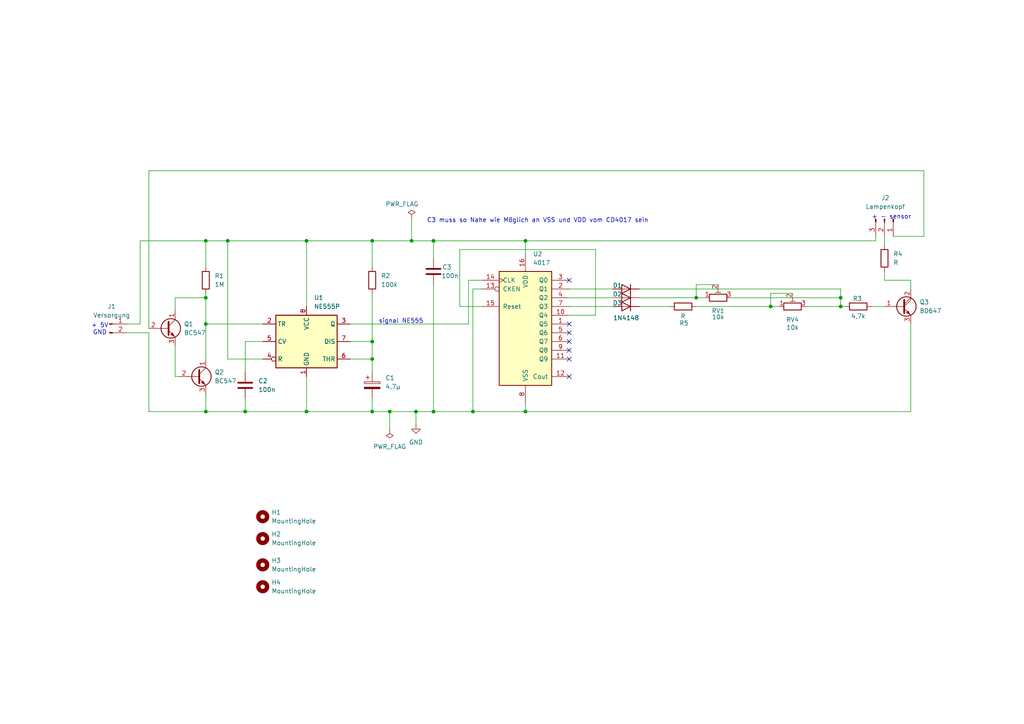
<source format=kicad_sch>
(kicad_sch
	(version 20250114)
	(generator "eeschema")
	(generator_version "9.0")
	(uuid "24b241fa-a46c-4534-8cdd-3aaeb1fbb926")
	(paper "A4")
	(title_block
		(title "Tischlampe")
		(date "2025-10-24")
		(rev "1.0")
		(company "HTL Steyr")
	)
	(lib_symbols
		(symbol "4xxx:4017"
			(pin_names
				(offset 1.016)
			)
			(exclude_from_sim no)
			(in_bom yes)
			(on_board yes)
			(property "Reference" "U"
				(at -7.62 16.51 0)
				(effects
					(font
						(size 1.27 1.27)
					)
				)
			)
			(property "Value" "4017"
				(at -7.62 -19.05 0)
				(effects
					(font
						(size 1.27 1.27)
					)
				)
			)
			(property "Footprint" ""
				(at 0 0 0)
				(effects
					(font
						(size 1.27 1.27)
					)
					(hide yes)
				)
			)
			(property "Datasheet" "http://www.intersil.com/content/dam/Intersil/documents/cd40/cd4017bms-22bms.pdf"
				(at 0 0 0)
				(effects
					(font
						(size 1.27 1.27)
					)
					(hide yes)
				)
			)
			(property "Description" "Johnson Counter ( 10 outputs )"
				(at 0 0 0)
				(effects
					(font
						(size 1.27 1.27)
					)
					(hide yes)
				)
			)
			(property "ki_locked" ""
				(at 0 0 0)
				(effects
					(font
						(size 1.27 1.27)
					)
				)
			)
			(property "ki_keywords" "CNT CNT10"
				(at 0 0 0)
				(effects
					(font
						(size 1.27 1.27)
					)
					(hide yes)
				)
			)
			(property "ki_fp_filters" "DIP?16*"
				(at 0 0 0)
				(effects
					(font
						(size 1.27 1.27)
					)
					(hide yes)
				)
			)
			(symbol "4017_1_0"
				(pin input clock
					(at -12.7 12.7 0)
					(length 5.08)
					(name "CLK"
						(effects
							(font
								(size 1.27 1.27)
							)
						)
					)
					(number "14"
						(effects
							(font
								(size 1.27 1.27)
							)
						)
					)
				)
				(pin input inverted
					(at -12.7 10.16 0)
					(length 5.08)
					(name "CKEN"
						(effects
							(font
								(size 1.27 1.27)
							)
						)
					)
					(number "13"
						(effects
							(font
								(size 1.27 1.27)
							)
						)
					)
				)
				(pin input line
					(at -12.7 5.08 0)
					(length 5.08)
					(name "Reset"
						(effects
							(font
								(size 1.27 1.27)
							)
						)
					)
					(number "15"
						(effects
							(font
								(size 1.27 1.27)
							)
						)
					)
				)
				(pin power_in line
					(at 0 20.32 270)
					(length 5.08)
					(name "VDD"
						(effects
							(font
								(size 1.27 1.27)
							)
						)
					)
					(number "16"
						(effects
							(font
								(size 1.27 1.27)
							)
						)
					)
				)
				(pin power_in line
					(at 0 -22.86 90)
					(length 5.08)
					(name "VSS"
						(effects
							(font
								(size 1.27 1.27)
							)
						)
					)
					(number "8"
						(effects
							(font
								(size 1.27 1.27)
							)
						)
					)
				)
				(pin output line
					(at 12.7 12.7 180)
					(length 5.08)
					(name "Q0"
						(effects
							(font
								(size 1.27 1.27)
							)
						)
					)
					(number "3"
						(effects
							(font
								(size 1.27 1.27)
							)
						)
					)
				)
				(pin output line
					(at 12.7 10.16 180)
					(length 5.08)
					(name "Q1"
						(effects
							(font
								(size 1.27 1.27)
							)
						)
					)
					(number "2"
						(effects
							(font
								(size 1.27 1.27)
							)
						)
					)
				)
				(pin output line
					(at 12.7 7.62 180)
					(length 5.08)
					(name "Q2"
						(effects
							(font
								(size 1.27 1.27)
							)
						)
					)
					(number "4"
						(effects
							(font
								(size 1.27 1.27)
							)
						)
					)
				)
				(pin output line
					(at 12.7 5.08 180)
					(length 5.08)
					(name "Q3"
						(effects
							(font
								(size 1.27 1.27)
							)
						)
					)
					(number "7"
						(effects
							(font
								(size 1.27 1.27)
							)
						)
					)
				)
				(pin output line
					(at 12.7 2.54 180)
					(length 5.08)
					(name "Q4"
						(effects
							(font
								(size 1.27 1.27)
							)
						)
					)
					(number "10"
						(effects
							(font
								(size 1.27 1.27)
							)
						)
					)
				)
				(pin output line
					(at 12.7 0 180)
					(length 5.08)
					(name "Q5"
						(effects
							(font
								(size 1.27 1.27)
							)
						)
					)
					(number "1"
						(effects
							(font
								(size 1.27 1.27)
							)
						)
					)
				)
				(pin output line
					(at 12.7 -2.54 180)
					(length 5.08)
					(name "Q6"
						(effects
							(font
								(size 1.27 1.27)
							)
						)
					)
					(number "5"
						(effects
							(font
								(size 1.27 1.27)
							)
						)
					)
				)
				(pin output line
					(at 12.7 -5.08 180)
					(length 5.08)
					(name "Q7"
						(effects
							(font
								(size 1.27 1.27)
							)
						)
					)
					(number "6"
						(effects
							(font
								(size 1.27 1.27)
							)
						)
					)
				)
				(pin output line
					(at 12.7 -7.62 180)
					(length 5.08)
					(name "Q8"
						(effects
							(font
								(size 1.27 1.27)
							)
						)
					)
					(number "9"
						(effects
							(font
								(size 1.27 1.27)
							)
						)
					)
				)
				(pin output line
					(at 12.7 -10.16 180)
					(length 5.08)
					(name "Q9"
						(effects
							(font
								(size 1.27 1.27)
							)
						)
					)
					(number "11"
						(effects
							(font
								(size 1.27 1.27)
							)
						)
					)
				)
				(pin output line
					(at 12.7 -15.24 180)
					(length 5.08)
					(name "Cout"
						(effects
							(font
								(size 1.27 1.27)
							)
						)
					)
					(number "12"
						(effects
							(font
								(size 1.27 1.27)
							)
						)
					)
				)
			)
			(symbol "4017_1_1"
				(rectangle
					(start -7.62 15.24)
					(end 7.62 -17.78)
					(stroke
						(width 0.254)
						(type default)
					)
					(fill
						(type background)
					)
				)
			)
			(embedded_fonts no)
		)
		(symbol "Connector:Conn_01x02_Pin"
			(pin_names
				(offset 1.016)
				(hide yes)
			)
			(exclude_from_sim no)
			(in_bom yes)
			(on_board yes)
			(property "Reference" "J"
				(at 0 2.54 0)
				(effects
					(font
						(size 1.27 1.27)
					)
				)
			)
			(property "Value" "Conn_01x02_Pin"
				(at 0 -5.08 0)
				(effects
					(font
						(size 1.27 1.27)
					)
				)
			)
			(property "Footprint" ""
				(at 0 0 0)
				(effects
					(font
						(size 1.27 1.27)
					)
					(hide yes)
				)
			)
			(property "Datasheet" "~"
				(at 0 0 0)
				(effects
					(font
						(size 1.27 1.27)
					)
					(hide yes)
				)
			)
			(property "Description" "Generic connector, single row, 01x02, script generated"
				(at 0 0 0)
				(effects
					(font
						(size 1.27 1.27)
					)
					(hide yes)
				)
			)
			(property "ki_locked" ""
				(at 0 0 0)
				(effects
					(font
						(size 1.27 1.27)
					)
				)
			)
			(property "ki_keywords" "connector"
				(at 0 0 0)
				(effects
					(font
						(size 1.27 1.27)
					)
					(hide yes)
				)
			)
			(property "ki_fp_filters" "Connector*:*_1x??_*"
				(at 0 0 0)
				(effects
					(font
						(size 1.27 1.27)
					)
					(hide yes)
				)
			)
			(symbol "Conn_01x02_Pin_1_1"
				(rectangle
					(start 0.8636 0.127)
					(end 0 -0.127)
					(stroke
						(width 0.1524)
						(type default)
					)
					(fill
						(type outline)
					)
				)
				(rectangle
					(start 0.8636 -2.413)
					(end 0 -2.667)
					(stroke
						(width 0.1524)
						(type default)
					)
					(fill
						(type outline)
					)
				)
				(polyline
					(pts
						(xy 1.27 0) (xy 0.8636 0)
					)
					(stroke
						(width 0.1524)
						(type default)
					)
					(fill
						(type none)
					)
				)
				(polyline
					(pts
						(xy 1.27 -2.54) (xy 0.8636 -2.54)
					)
					(stroke
						(width 0.1524)
						(type default)
					)
					(fill
						(type none)
					)
				)
				(pin passive line
					(at 5.08 0 180)
					(length 3.81)
					(name "Pin_1"
						(effects
							(font
								(size 1.27 1.27)
							)
						)
					)
					(number "1"
						(effects
							(font
								(size 1.27 1.27)
							)
						)
					)
				)
				(pin passive line
					(at 5.08 -2.54 180)
					(length 3.81)
					(name "Pin_2"
						(effects
							(font
								(size 1.27 1.27)
							)
						)
					)
					(number "2"
						(effects
							(font
								(size 1.27 1.27)
							)
						)
					)
				)
			)
			(embedded_fonts no)
		)
		(symbol "Connector:Conn_01x03_Pin"
			(pin_names
				(offset 1.016)
				(hide yes)
			)
			(exclude_from_sim no)
			(in_bom yes)
			(on_board yes)
			(property "Reference" "J"
				(at 0 5.08 0)
				(effects
					(font
						(size 1.27 1.27)
					)
				)
			)
			(property "Value" "Conn_01x03_Pin"
				(at 0 -5.08 0)
				(effects
					(font
						(size 1.27 1.27)
					)
				)
			)
			(property "Footprint" ""
				(at 0 0 0)
				(effects
					(font
						(size 1.27 1.27)
					)
					(hide yes)
				)
			)
			(property "Datasheet" "~"
				(at 0 0 0)
				(effects
					(font
						(size 1.27 1.27)
					)
					(hide yes)
				)
			)
			(property "Description" "Generic connector, single row, 01x03, script generated"
				(at 0 0 0)
				(effects
					(font
						(size 1.27 1.27)
					)
					(hide yes)
				)
			)
			(property "ki_locked" ""
				(at 0 0 0)
				(effects
					(font
						(size 1.27 1.27)
					)
				)
			)
			(property "ki_keywords" "connector"
				(at 0 0 0)
				(effects
					(font
						(size 1.27 1.27)
					)
					(hide yes)
				)
			)
			(property "ki_fp_filters" "Connector*:*_1x??_*"
				(at 0 0 0)
				(effects
					(font
						(size 1.27 1.27)
					)
					(hide yes)
				)
			)
			(symbol "Conn_01x03_Pin_1_1"
				(rectangle
					(start 0.8636 2.667)
					(end 0 2.413)
					(stroke
						(width 0.1524)
						(type default)
					)
					(fill
						(type outline)
					)
				)
				(rectangle
					(start 0.8636 0.127)
					(end 0 -0.127)
					(stroke
						(width 0.1524)
						(type default)
					)
					(fill
						(type outline)
					)
				)
				(rectangle
					(start 0.8636 -2.413)
					(end 0 -2.667)
					(stroke
						(width 0.1524)
						(type default)
					)
					(fill
						(type outline)
					)
				)
				(polyline
					(pts
						(xy 1.27 2.54) (xy 0.8636 2.54)
					)
					(stroke
						(width 0.1524)
						(type default)
					)
					(fill
						(type none)
					)
				)
				(polyline
					(pts
						(xy 1.27 0) (xy 0.8636 0)
					)
					(stroke
						(width 0.1524)
						(type default)
					)
					(fill
						(type none)
					)
				)
				(polyline
					(pts
						(xy 1.27 -2.54) (xy 0.8636 -2.54)
					)
					(stroke
						(width 0.1524)
						(type default)
					)
					(fill
						(type none)
					)
				)
				(pin passive line
					(at 5.08 2.54 180)
					(length 3.81)
					(name "Pin_1"
						(effects
							(font
								(size 1.27 1.27)
							)
						)
					)
					(number "1"
						(effects
							(font
								(size 1.27 1.27)
							)
						)
					)
				)
				(pin passive line
					(at 5.08 0 180)
					(length 3.81)
					(name "Pin_2"
						(effects
							(font
								(size 1.27 1.27)
							)
						)
					)
					(number "2"
						(effects
							(font
								(size 1.27 1.27)
							)
						)
					)
				)
				(pin passive line
					(at 5.08 -2.54 180)
					(length 3.81)
					(name "Pin_3"
						(effects
							(font
								(size 1.27 1.27)
							)
						)
					)
					(number "3"
						(effects
							(font
								(size 1.27 1.27)
							)
						)
					)
				)
			)
			(embedded_fonts no)
		)
		(symbol "Device:C"
			(pin_numbers
				(hide yes)
			)
			(pin_names
				(offset 0.254)
			)
			(exclude_from_sim no)
			(in_bom yes)
			(on_board yes)
			(property "Reference" "C"
				(at 0.635 2.54 0)
				(effects
					(font
						(size 1.27 1.27)
					)
					(justify left)
				)
			)
			(property "Value" "C"
				(at 0.635 -2.54 0)
				(effects
					(font
						(size 1.27 1.27)
					)
					(justify left)
				)
			)
			(property "Footprint" ""
				(at 0.9652 -3.81 0)
				(effects
					(font
						(size 1.27 1.27)
					)
					(hide yes)
				)
			)
			(property "Datasheet" "~"
				(at 0 0 0)
				(effects
					(font
						(size 1.27 1.27)
					)
					(hide yes)
				)
			)
			(property "Description" "Unpolarized capacitor"
				(at 0 0 0)
				(effects
					(font
						(size 1.27 1.27)
					)
					(hide yes)
				)
			)
			(property "ki_keywords" "cap capacitor"
				(at 0 0 0)
				(effects
					(font
						(size 1.27 1.27)
					)
					(hide yes)
				)
			)
			(property "ki_fp_filters" "C_*"
				(at 0 0 0)
				(effects
					(font
						(size 1.27 1.27)
					)
					(hide yes)
				)
			)
			(symbol "C_0_1"
				(polyline
					(pts
						(xy -2.032 0.762) (xy 2.032 0.762)
					)
					(stroke
						(width 0.508)
						(type default)
					)
					(fill
						(type none)
					)
				)
				(polyline
					(pts
						(xy -2.032 -0.762) (xy 2.032 -0.762)
					)
					(stroke
						(width 0.508)
						(type default)
					)
					(fill
						(type none)
					)
				)
			)
			(symbol "C_1_1"
				(pin passive line
					(at 0 3.81 270)
					(length 2.794)
					(name "~"
						(effects
							(font
								(size 1.27 1.27)
							)
						)
					)
					(number "1"
						(effects
							(font
								(size 1.27 1.27)
							)
						)
					)
				)
				(pin passive line
					(at 0 -3.81 90)
					(length 2.794)
					(name "~"
						(effects
							(font
								(size 1.27 1.27)
							)
						)
					)
					(number "2"
						(effects
							(font
								(size 1.27 1.27)
							)
						)
					)
				)
			)
			(embedded_fonts no)
		)
		(symbol "Device:C_Polarized"
			(pin_numbers
				(hide yes)
			)
			(pin_names
				(offset 0.254)
			)
			(exclude_from_sim no)
			(in_bom yes)
			(on_board yes)
			(property "Reference" "C"
				(at 0.635 2.54 0)
				(effects
					(font
						(size 1.27 1.27)
					)
					(justify left)
				)
			)
			(property "Value" "C_Polarized"
				(at 0.635 -2.54 0)
				(effects
					(font
						(size 1.27 1.27)
					)
					(justify left)
				)
			)
			(property "Footprint" ""
				(at 0.9652 -3.81 0)
				(effects
					(font
						(size 1.27 1.27)
					)
					(hide yes)
				)
			)
			(property "Datasheet" "~"
				(at 0 0 0)
				(effects
					(font
						(size 1.27 1.27)
					)
					(hide yes)
				)
			)
			(property "Description" "Polarized capacitor"
				(at 0 0 0)
				(effects
					(font
						(size 1.27 1.27)
					)
					(hide yes)
				)
			)
			(property "ki_keywords" "cap capacitor"
				(at 0 0 0)
				(effects
					(font
						(size 1.27 1.27)
					)
					(hide yes)
				)
			)
			(property "ki_fp_filters" "CP_*"
				(at 0 0 0)
				(effects
					(font
						(size 1.27 1.27)
					)
					(hide yes)
				)
			)
			(symbol "C_Polarized_0_1"
				(rectangle
					(start -2.286 0.508)
					(end 2.286 1.016)
					(stroke
						(width 0)
						(type default)
					)
					(fill
						(type none)
					)
				)
				(polyline
					(pts
						(xy -1.778 2.286) (xy -0.762 2.286)
					)
					(stroke
						(width 0)
						(type default)
					)
					(fill
						(type none)
					)
				)
				(polyline
					(pts
						(xy -1.27 2.794) (xy -1.27 1.778)
					)
					(stroke
						(width 0)
						(type default)
					)
					(fill
						(type none)
					)
				)
				(rectangle
					(start 2.286 -0.508)
					(end -2.286 -1.016)
					(stroke
						(width 0)
						(type default)
					)
					(fill
						(type outline)
					)
				)
			)
			(symbol "C_Polarized_1_1"
				(pin passive line
					(at 0 3.81 270)
					(length 2.794)
					(name "~"
						(effects
							(font
								(size 1.27 1.27)
							)
						)
					)
					(number "1"
						(effects
							(font
								(size 1.27 1.27)
							)
						)
					)
				)
				(pin passive line
					(at 0 -3.81 90)
					(length 2.794)
					(name "~"
						(effects
							(font
								(size 1.27 1.27)
							)
						)
					)
					(number "2"
						(effects
							(font
								(size 1.27 1.27)
							)
						)
					)
				)
			)
			(embedded_fonts no)
		)
		(symbol "Device:R"
			(pin_numbers
				(hide yes)
			)
			(pin_names
				(offset 0)
			)
			(exclude_from_sim no)
			(in_bom yes)
			(on_board yes)
			(property "Reference" "R"
				(at 2.032 0 90)
				(effects
					(font
						(size 1.27 1.27)
					)
				)
			)
			(property "Value" "R"
				(at 0 0 90)
				(effects
					(font
						(size 1.27 1.27)
					)
				)
			)
			(property "Footprint" ""
				(at -1.778 0 90)
				(effects
					(font
						(size 1.27 1.27)
					)
					(hide yes)
				)
			)
			(property "Datasheet" "~"
				(at 0 0 0)
				(effects
					(font
						(size 1.27 1.27)
					)
					(hide yes)
				)
			)
			(property "Description" "Resistor"
				(at 0 0 0)
				(effects
					(font
						(size 1.27 1.27)
					)
					(hide yes)
				)
			)
			(property "ki_keywords" "R res resistor"
				(at 0 0 0)
				(effects
					(font
						(size 1.27 1.27)
					)
					(hide yes)
				)
			)
			(property "ki_fp_filters" "R_*"
				(at 0 0 0)
				(effects
					(font
						(size 1.27 1.27)
					)
					(hide yes)
				)
			)
			(symbol "R_0_1"
				(rectangle
					(start -1.016 -2.54)
					(end 1.016 2.54)
					(stroke
						(width 0.254)
						(type default)
					)
					(fill
						(type none)
					)
				)
			)
			(symbol "R_1_1"
				(pin passive line
					(at 0 3.81 270)
					(length 1.27)
					(name "~"
						(effects
							(font
								(size 1.27 1.27)
							)
						)
					)
					(number "1"
						(effects
							(font
								(size 1.27 1.27)
							)
						)
					)
				)
				(pin passive line
					(at 0 -3.81 90)
					(length 1.27)
					(name "~"
						(effects
							(font
								(size 1.27 1.27)
							)
						)
					)
					(number "2"
						(effects
							(font
								(size 1.27 1.27)
							)
						)
					)
				)
			)
			(embedded_fonts no)
		)
		(symbol "Device:R_Potentiometer_Trim"
			(pin_names
				(offset 1.016)
				(hide yes)
			)
			(exclude_from_sim no)
			(in_bom yes)
			(on_board yes)
			(property "Reference" "RV"
				(at -4.445 0 90)
				(effects
					(font
						(size 1.27 1.27)
					)
				)
			)
			(property "Value" "R_Potentiometer_Trim"
				(at -2.54 0 90)
				(effects
					(font
						(size 1.27 1.27)
					)
				)
			)
			(property "Footprint" ""
				(at 0 0 0)
				(effects
					(font
						(size 1.27 1.27)
					)
					(hide yes)
				)
			)
			(property "Datasheet" "~"
				(at 0 0 0)
				(effects
					(font
						(size 1.27 1.27)
					)
					(hide yes)
				)
			)
			(property "Description" "Trim-potentiometer"
				(at 0 0 0)
				(effects
					(font
						(size 1.27 1.27)
					)
					(hide yes)
				)
			)
			(property "ki_keywords" "resistor variable trimpot trimmer"
				(at 0 0 0)
				(effects
					(font
						(size 1.27 1.27)
					)
					(hide yes)
				)
			)
			(property "ki_fp_filters" "Potentiometer*"
				(at 0 0 0)
				(effects
					(font
						(size 1.27 1.27)
					)
					(hide yes)
				)
			)
			(symbol "R_Potentiometer_Trim_0_1"
				(rectangle
					(start 1.016 2.54)
					(end -1.016 -2.54)
					(stroke
						(width 0.254)
						(type default)
					)
					(fill
						(type none)
					)
				)
				(polyline
					(pts
						(xy 1.524 0.762) (xy 1.524 -0.762)
					)
					(stroke
						(width 0)
						(type default)
					)
					(fill
						(type none)
					)
				)
				(polyline
					(pts
						(xy 2.54 0) (xy 1.524 0)
					)
					(stroke
						(width 0)
						(type default)
					)
					(fill
						(type none)
					)
				)
			)
			(symbol "R_Potentiometer_Trim_1_1"
				(pin passive line
					(at 0 3.81 270)
					(length 1.27)
					(name "1"
						(effects
							(font
								(size 1.27 1.27)
							)
						)
					)
					(number "1"
						(effects
							(font
								(size 1.27 1.27)
							)
						)
					)
				)
				(pin passive line
					(at 0 -3.81 90)
					(length 1.27)
					(name "3"
						(effects
							(font
								(size 1.27 1.27)
							)
						)
					)
					(number "3"
						(effects
							(font
								(size 1.27 1.27)
							)
						)
					)
				)
				(pin passive line
					(at 3.81 0 180)
					(length 1.27)
					(name "2"
						(effects
							(font
								(size 1.27 1.27)
							)
						)
					)
					(number "2"
						(effects
							(font
								(size 1.27 1.27)
							)
						)
					)
				)
			)
			(embedded_fonts no)
		)
		(symbol "Diode:1N4148"
			(pin_numbers
				(hide yes)
			)
			(pin_names
				(hide yes)
			)
			(exclude_from_sim no)
			(in_bom yes)
			(on_board yes)
			(property "Reference" "D"
				(at 0 2.54 0)
				(effects
					(font
						(size 1.27 1.27)
					)
				)
			)
			(property "Value" "1N4148"
				(at 0 -2.54 0)
				(effects
					(font
						(size 1.27 1.27)
					)
				)
			)
			(property "Footprint" "Diode_THT:D_DO-35_SOD27_P7.62mm_Horizontal"
				(at 0 0 0)
				(effects
					(font
						(size 1.27 1.27)
					)
					(hide yes)
				)
			)
			(property "Datasheet" "https://assets.nexperia.com/documents/data-sheet/1N4148_1N4448.pdf"
				(at 0 0 0)
				(effects
					(font
						(size 1.27 1.27)
					)
					(hide yes)
				)
			)
			(property "Description" "100V 0.15A standard switching diode, DO-35"
				(at 0 0 0)
				(effects
					(font
						(size 1.27 1.27)
					)
					(hide yes)
				)
			)
			(property "Sim.Device" "D"
				(at 0 0 0)
				(effects
					(font
						(size 1.27 1.27)
					)
					(hide yes)
				)
			)
			(property "Sim.Pins" "1=K 2=A"
				(at 0 0 0)
				(effects
					(font
						(size 1.27 1.27)
					)
					(hide yes)
				)
			)
			(property "ki_keywords" "diode"
				(at 0 0 0)
				(effects
					(font
						(size 1.27 1.27)
					)
					(hide yes)
				)
			)
			(property "ki_fp_filters" "D*DO?35*"
				(at 0 0 0)
				(effects
					(font
						(size 1.27 1.27)
					)
					(hide yes)
				)
			)
			(symbol "1N4148_0_1"
				(polyline
					(pts
						(xy -1.27 1.27) (xy -1.27 -1.27)
					)
					(stroke
						(width 0.254)
						(type default)
					)
					(fill
						(type none)
					)
				)
				(polyline
					(pts
						(xy 1.27 1.27) (xy 1.27 -1.27) (xy -1.27 0) (xy 1.27 1.27)
					)
					(stroke
						(width 0.254)
						(type default)
					)
					(fill
						(type none)
					)
				)
				(polyline
					(pts
						(xy 1.27 0) (xy -1.27 0)
					)
					(stroke
						(width 0)
						(type default)
					)
					(fill
						(type none)
					)
				)
			)
			(symbol "1N4148_1_1"
				(pin passive line
					(at -3.81 0 0)
					(length 2.54)
					(name "K"
						(effects
							(font
								(size 1.27 1.27)
							)
						)
					)
					(number "1"
						(effects
							(font
								(size 1.27 1.27)
							)
						)
					)
				)
				(pin passive line
					(at 3.81 0 180)
					(length 2.54)
					(name "A"
						(effects
							(font
								(size 1.27 1.27)
							)
						)
					)
					(number "2"
						(effects
							(font
								(size 1.27 1.27)
							)
						)
					)
				)
			)
			(embedded_fonts no)
		)
		(symbol "Mechanical:MountingHole"
			(pin_names
				(offset 1.016)
			)
			(exclude_from_sim no)
			(in_bom no)
			(on_board yes)
			(property "Reference" "H"
				(at 0 5.08 0)
				(effects
					(font
						(size 1.27 1.27)
					)
				)
			)
			(property "Value" "MountingHole"
				(at 0 3.175 0)
				(effects
					(font
						(size 1.27 1.27)
					)
				)
			)
			(property "Footprint" ""
				(at 0 0 0)
				(effects
					(font
						(size 1.27 1.27)
					)
					(hide yes)
				)
			)
			(property "Datasheet" "~"
				(at 0 0 0)
				(effects
					(font
						(size 1.27 1.27)
					)
					(hide yes)
				)
			)
			(property "Description" "Mounting Hole without connection"
				(at 0 0 0)
				(effects
					(font
						(size 1.27 1.27)
					)
					(hide yes)
				)
			)
			(property "ki_keywords" "mounting hole"
				(at 0 0 0)
				(effects
					(font
						(size 1.27 1.27)
					)
					(hide yes)
				)
			)
			(property "ki_fp_filters" "MountingHole*"
				(at 0 0 0)
				(effects
					(font
						(size 1.27 1.27)
					)
					(hide yes)
				)
			)
			(symbol "MountingHole_0_1"
				(circle
					(center 0 0)
					(radius 1.27)
					(stroke
						(width 1.27)
						(type default)
					)
					(fill
						(type none)
					)
				)
			)
			(embedded_fonts no)
		)
		(symbol "Timer:NE555P"
			(exclude_from_sim no)
			(in_bom yes)
			(on_board yes)
			(property "Reference" "U"
				(at -10.16 8.89 0)
				(effects
					(font
						(size 1.27 1.27)
					)
					(justify left)
				)
			)
			(property "Value" "NE555P"
				(at 2.54 8.89 0)
				(effects
					(font
						(size 1.27 1.27)
					)
					(justify left)
				)
			)
			(property "Footprint" "Package_DIP:DIP-8_W7.62mm"
				(at 16.51 -10.16 0)
				(effects
					(font
						(size 1.27 1.27)
					)
					(hide yes)
				)
			)
			(property "Datasheet" "http://www.ti.com/lit/ds/symlink/ne555.pdf"
				(at 21.59 -10.16 0)
				(effects
					(font
						(size 1.27 1.27)
					)
					(hide yes)
				)
			)
			(property "Description" "Precision Timers, 555 compatible,  PDIP-8"
				(at 0 0 0)
				(effects
					(font
						(size 1.27 1.27)
					)
					(hide yes)
				)
			)
			(property "ki_keywords" "single timer 555"
				(at 0 0 0)
				(effects
					(font
						(size 1.27 1.27)
					)
					(hide yes)
				)
			)
			(property "ki_fp_filters" "DIP*W7.62mm*"
				(at 0 0 0)
				(effects
					(font
						(size 1.27 1.27)
					)
					(hide yes)
				)
			)
			(symbol "NE555P_0_0"
				(pin power_in line
					(at 0 10.16 270)
					(length 2.54)
					(name "VCC"
						(effects
							(font
								(size 1.27 1.27)
							)
						)
					)
					(number "8"
						(effects
							(font
								(size 1.27 1.27)
							)
						)
					)
				)
				(pin power_in line
					(at 0 -10.16 90)
					(length 2.54)
					(name "GND"
						(effects
							(font
								(size 1.27 1.27)
							)
						)
					)
					(number "1"
						(effects
							(font
								(size 1.27 1.27)
							)
						)
					)
				)
			)
			(symbol "NE555P_0_1"
				(rectangle
					(start -8.89 -7.62)
					(end 8.89 7.62)
					(stroke
						(width 0.254)
						(type default)
					)
					(fill
						(type background)
					)
				)
				(rectangle
					(start -8.89 -7.62)
					(end 8.89 7.62)
					(stroke
						(width 0.254)
						(type default)
					)
					(fill
						(type background)
					)
				)
			)
			(symbol "NE555P_1_1"
				(pin input line
					(at -12.7 5.08 0)
					(length 3.81)
					(name "TR"
						(effects
							(font
								(size 1.27 1.27)
							)
						)
					)
					(number "2"
						(effects
							(font
								(size 1.27 1.27)
							)
						)
					)
				)
				(pin input line
					(at -12.7 0 0)
					(length 3.81)
					(name "CV"
						(effects
							(font
								(size 1.27 1.27)
							)
						)
					)
					(number "5"
						(effects
							(font
								(size 1.27 1.27)
							)
						)
					)
				)
				(pin input inverted
					(at -12.7 -5.08 0)
					(length 3.81)
					(name "R"
						(effects
							(font
								(size 1.27 1.27)
							)
						)
					)
					(number "4"
						(effects
							(font
								(size 1.27 1.27)
							)
						)
					)
				)
				(pin output line
					(at 12.7 5.08 180)
					(length 3.81)
					(name "Q"
						(effects
							(font
								(size 1.27 1.27)
							)
						)
					)
					(number "3"
						(effects
							(font
								(size 1.27 1.27)
							)
						)
					)
				)
				(pin input line
					(at 12.7 0 180)
					(length 3.81)
					(name "DIS"
						(effects
							(font
								(size 1.27 1.27)
							)
						)
					)
					(number "7"
						(effects
							(font
								(size 1.27 1.27)
							)
						)
					)
				)
				(pin input line
					(at 12.7 -5.08 180)
					(length 3.81)
					(name "THR"
						(effects
							(font
								(size 1.27 1.27)
							)
						)
					)
					(number "6"
						(effects
							(font
								(size 1.27 1.27)
							)
						)
					)
				)
			)
			(embedded_fonts no)
		)
		(symbol "Transistor_BJT:BC547"
			(pin_names
				(offset 0)
				(hide yes)
			)
			(exclude_from_sim no)
			(in_bom yes)
			(on_board yes)
			(property "Reference" "Q"
				(at 5.08 1.905 0)
				(effects
					(font
						(size 1.27 1.27)
					)
					(justify left)
				)
			)
			(property "Value" "BC547"
				(at 5.08 0 0)
				(effects
					(font
						(size 1.27 1.27)
					)
					(justify left)
				)
			)
			(property "Footprint" "Package_TO_SOT_THT:TO-92_Inline"
				(at 5.08 -1.905 0)
				(effects
					(font
						(size 1.27 1.27)
						(italic yes)
					)
					(justify left)
					(hide yes)
				)
			)
			(property "Datasheet" "https://www.onsemi.com/pub/Collateral/BC550-D.pdf"
				(at 0 0 0)
				(effects
					(font
						(size 1.27 1.27)
					)
					(justify left)
					(hide yes)
				)
			)
			(property "Description" "0.1A Ic, 45V Vce, Small Signal NPN Transistor, TO-92"
				(at 0 0 0)
				(effects
					(font
						(size 1.27 1.27)
					)
					(hide yes)
				)
			)
			(property "ki_keywords" "NPN Transistor"
				(at 0 0 0)
				(effects
					(font
						(size 1.27 1.27)
					)
					(hide yes)
				)
			)
			(property "ki_fp_filters" "TO?92*"
				(at 0 0 0)
				(effects
					(font
						(size 1.27 1.27)
					)
					(hide yes)
				)
			)
			(symbol "BC547_0_1"
				(polyline
					(pts
						(xy -2.54 0) (xy 0.635 0)
					)
					(stroke
						(width 0)
						(type default)
					)
					(fill
						(type none)
					)
				)
				(polyline
					(pts
						(xy 0.635 1.905) (xy 0.635 -1.905)
					)
					(stroke
						(width 0.508)
						(type default)
					)
					(fill
						(type none)
					)
				)
				(circle
					(center 1.27 0)
					(radius 2.8194)
					(stroke
						(width 0.254)
						(type default)
					)
					(fill
						(type none)
					)
				)
			)
			(symbol "BC547_1_1"
				(polyline
					(pts
						(xy 0.635 0.635) (xy 2.54 2.54)
					)
					(stroke
						(width 0)
						(type default)
					)
					(fill
						(type none)
					)
				)
				(polyline
					(pts
						(xy 0.635 -0.635) (xy 2.54 -2.54)
					)
					(stroke
						(width 0)
						(type default)
					)
					(fill
						(type none)
					)
				)
				(polyline
					(pts
						(xy 1.27 -1.778) (xy 1.778 -1.27) (xy 2.286 -2.286) (xy 1.27 -1.778)
					)
					(stroke
						(width 0)
						(type default)
					)
					(fill
						(type outline)
					)
				)
				(pin input line
					(at -5.08 0 0)
					(length 2.54)
					(name "B"
						(effects
							(font
								(size 1.27 1.27)
							)
						)
					)
					(number "2"
						(effects
							(font
								(size 1.27 1.27)
							)
						)
					)
				)
				(pin passive line
					(at 2.54 5.08 270)
					(length 2.54)
					(name "C"
						(effects
							(font
								(size 1.27 1.27)
							)
						)
					)
					(number "1"
						(effects
							(font
								(size 1.27 1.27)
							)
						)
					)
				)
				(pin passive line
					(at 2.54 -5.08 90)
					(length 2.54)
					(name "E"
						(effects
							(font
								(size 1.27 1.27)
							)
						)
					)
					(number "3"
						(effects
							(font
								(size 1.27 1.27)
							)
						)
					)
				)
			)
			(embedded_fonts no)
		)
		(symbol "Transistor_BJT:Q_NPN_Darlington_BCE"
			(pin_names
				(offset 0)
				(hide yes)
			)
			(exclude_from_sim no)
			(in_bom yes)
			(on_board yes)
			(property "Reference" "Q"
				(at 4.572 1.27 0)
				(effects
					(font
						(size 1.27 1.27)
					)
					(justify left)
				)
			)
			(property "Value" "Q_NPN_Darlington_BCE"
				(at 4.572 -1.27 0)
				(effects
					(font
						(size 1.27 1.27)
					)
					(justify left)
				)
			)
			(property "Footprint" ""
				(at 5.08 2.54 0)
				(effects
					(font
						(size 1.27 1.27)
					)
					(hide yes)
				)
			)
			(property "Datasheet" "~"
				(at 0 0 0)
				(effects
					(font
						(size 1.27 1.27)
					)
					(hide yes)
				)
			)
			(property "Description" "NPN Darlington transistor, base/collector/emitter"
				(at 0 0 0)
				(effects
					(font
						(size 1.27 1.27)
					)
					(hide yes)
				)
			)
			(property "ki_keywords" "BJT"
				(at 0 0 0)
				(effects
					(font
						(size 1.27 1.27)
					)
					(hide yes)
				)
			)
			(symbol "Q_NPN_Darlington_BCE_0_1"
				(polyline
					(pts
						(xy -2.54 0) (xy 0.635 0)
					)
					(stroke
						(width 0)
						(type default)
					)
					(fill
						(type none)
					)
				)
				(polyline
					(pts
						(xy 0.635 1.905) (xy 0.635 -1.905)
					)
					(stroke
						(width 0.508)
						(type default)
					)
					(fill
						(type none)
					)
				)
				(polyline
					(pts
						(xy 0.635 0) (xy 2.54 1.905) (xy 2.54 2.54)
					)
					(stroke
						(width 0)
						(type default)
					)
					(fill
						(type none)
					)
				)
				(circle
					(center 1.27 0)
					(radius 2.8194)
					(stroke
						(width 0.254)
						(type default)
					)
					(fill
						(type none)
					)
				)
			)
			(symbol "Q_NPN_Darlington_BCE_1_1"
				(polyline
					(pts
						(xy 0.635 0.635) (xy 2.54 2.54)
					)
					(stroke
						(width 0)
						(type default)
					)
					(fill
						(type none)
					)
				)
				(polyline
					(pts
						(xy 0.635 -0.635) (xy 2.54 -2.54)
					)
					(stroke
						(width 0)
						(type default)
					)
					(fill
						(type none)
					)
				)
				(polyline
					(pts
						(xy 1.27 -1.778) (xy 1.778 -1.27) (xy 2.286 -2.286) (xy 1.27 -1.778)
					)
					(stroke
						(width 0)
						(type default)
					)
					(fill
						(type outline)
					)
				)
				(pin input line
					(at -5.08 0 0)
					(length 2.54)
					(name "B"
						(effects
							(font
								(size 1.27 1.27)
							)
						)
					)
					(number "1"
						(effects
							(font
								(size 1.27 1.27)
							)
						)
					)
				)
				(pin passive line
					(at 2.54 5.08 270)
					(length 2.54)
					(name "C"
						(effects
							(font
								(size 1.27 1.27)
							)
						)
					)
					(number "2"
						(effects
							(font
								(size 1.27 1.27)
							)
						)
					)
				)
				(pin passive line
					(at 2.54 -5.08 90)
					(length 2.54)
					(name "E"
						(effects
							(font
								(size 1.27 1.27)
							)
						)
					)
					(number "3"
						(effects
							(font
								(size 1.27 1.27)
							)
						)
					)
				)
			)
			(embedded_fonts no)
		)
		(symbol "power:GND"
			(power)
			(pin_numbers
				(hide yes)
			)
			(pin_names
				(offset 0)
				(hide yes)
			)
			(exclude_from_sim no)
			(in_bom yes)
			(on_board yes)
			(property "Reference" "#PWR"
				(at 0 -6.35 0)
				(effects
					(font
						(size 1.27 1.27)
					)
					(hide yes)
				)
			)
			(property "Value" "GND"
				(at 0 -3.81 0)
				(effects
					(font
						(size 1.27 1.27)
					)
				)
			)
			(property "Footprint" ""
				(at 0 0 0)
				(effects
					(font
						(size 1.27 1.27)
					)
					(hide yes)
				)
			)
			(property "Datasheet" ""
				(at 0 0 0)
				(effects
					(font
						(size 1.27 1.27)
					)
					(hide yes)
				)
			)
			(property "Description" "Power symbol creates a global label with name \"GND\" , ground"
				(at 0 0 0)
				(effects
					(font
						(size 1.27 1.27)
					)
					(hide yes)
				)
			)
			(property "ki_keywords" "global power"
				(at 0 0 0)
				(effects
					(font
						(size 1.27 1.27)
					)
					(hide yes)
				)
			)
			(symbol "GND_0_1"
				(polyline
					(pts
						(xy 0 0) (xy 0 -1.27) (xy 1.27 -1.27) (xy 0 -2.54) (xy -1.27 -1.27) (xy 0 -1.27)
					)
					(stroke
						(width 0)
						(type default)
					)
					(fill
						(type none)
					)
				)
			)
			(symbol "GND_1_1"
				(pin power_in line
					(at 0 0 270)
					(length 0)
					(name "~"
						(effects
							(font
								(size 1.27 1.27)
							)
						)
					)
					(number "1"
						(effects
							(font
								(size 1.27 1.27)
							)
						)
					)
				)
			)
			(embedded_fonts no)
		)
		(symbol "power:PWR_FLAG"
			(power)
			(pin_numbers
				(hide yes)
			)
			(pin_names
				(offset 0)
				(hide yes)
			)
			(exclude_from_sim no)
			(in_bom yes)
			(on_board yes)
			(property "Reference" "#FLG"
				(at 0 1.905 0)
				(effects
					(font
						(size 1.27 1.27)
					)
					(hide yes)
				)
			)
			(property "Value" "PWR_FLAG"
				(at 0 3.81 0)
				(effects
					(font
						(size 1.27 1.27)
					)
				)
			)
			(property "Footprint" ""
				(at 0 0 0)
				(effects
					(font
						(size 1.27 1.27)
					)
					(hide yes)
				)
			)
			(property "Datasheet" "~"
				(at 0 0 0)
				(effects
					(font
						(size 1.27 1.27)
					)
					(hide yes)
				)
			)
			(property "Description" "Special symbol for telling ERC where power comes from"
				(at 0 0 0)
				(effects
					(font
						(size 1.27 1.27)
					)
					(hide yes)
				)
			)
			(property "ki_keywords" "flag power"
				(at 0 0 0)
				(effects
					(font
						(size 1.27 1.27)
					)
					(hide yes)
				)
			)
			(symbol "PWR_FLAG_0_0"
				(pin power_out line
					(at 0 0 90)
					(length 0)
					(name "~"
						(effects
							(font
								(size 1.27 1.27)
							)
						)
					)
					(number "1"
						(effects
							(font
								(size 1.27 1.27)
							)
						)
					)
				)
			)
			(symbol "PWR_FLAG_0_1"
				(polyline
					(pts
						(xy 0 0) (xy 0 1.27) (xy -1.016 1.905) (xy 0 2.54) (xy 1.016 1.905) (xy 0 1.27)
					)
					(stroke
						(width 0)
						(type default)
					)
					(fill
						(type none)
					)
				)
			)
			(embedded_fonts no)
		)
	)
	(text "+ - sensor"
		(exclude_from_sim no)
		(at 258.572 62.992 0)
		(effects
			(font
				(size 1.27 1.27)
			)
		)
		(uuid "bea96977-c23d-4824-bde0-57c886ecde87")
	)
	(text "signal NE555"
		(exclude_from_sim no)
		(at 116.332 93.218 0)
		(effects
			(font
				(size 1.27 1.27)
			)
		)
		(uuid "e1c59810-a3d7-4ade-b864-17fa8e3a85da")
	)
	(text "+ 5V\nGND"
		(exclude_from_sim no)
		(at 28.956 95.504 0)
		(effects
			(font
				(size 1.27 1.27)
			)
		)
		(uuid "ed9f314d-1931-437c-b0c2-53d47f319aa9")
	)
	(text "C3 muss so Nahe wie Möglich an VSS und VDD vom CD4017 sein"
		(exclude_from_sim no)
		(at 155.956 64.008 0)
		(effects
			(font
				(size 1.27 1.27)
			)
		)
		(uuid "f9b3ac7d-a2d4-4846-a6aa-82c0e710bbce")
	)
	(junction
		(at 201.93 86.36)
		(diameter 0)
		(color 0 0 0 0)
		(uuid "0d3bc370-f09d-4b07-93d0-c8d68c9b3b01")
	)
	(junction
		(at 243.84 88.9)
		(diameter 0)
		(color 0 0 0 0)
		(uuid "19eb1164-6e2f-4517-b748-b828c4689c07")
	)
	(junction
		(at 107.95 69.85)
		(diameter 0)
		(color 0 0 0 0)
		(uuid "1cf891d5-8086-4e85-ab4c-d3c175940e11")
	)
	(junction
		(at 71.12 119.38)
		(diameter 0)
		(color 0 0 0 0)
		(uuid "25b60067-350c-417d-a198-cfdf87458987")
	)
	(junction
		(at 120.65 119.38)
		(diameter 0)
		(color 0 0 0 0)
		(uuid "2a90479c-5684-41bb-aa5c-2193d0584c52")
	)
	(junction
		(at 107.95 104.14)
		(diameter 0)
		(color 0 0 0 0)
		(uuid "2d640a7f-6a3f-4568-ac7f-7ba1659ae8a4")
	)
	(junction
		(at 59.69 119.38)
		(diameter 0)
		(color 0 0 0 0)
		(uuid "31b0a7f2-291f-45f4-b4ed-a23553936352")
	)
	(junction
		(at 59.69 86.36)
		(diameter 0)
		(color 0 0 0 0)
		(uuid "571a7d93-034a-49e4-9dd1-f19d71ed2e68")
	)
	(junction
		(at 107.95 119.38)
		(diameter 0)
		(color 0 0 0 0)
		(uuid "5c0c5cb6-bd7b-4141-92ba-8c4ceab98d91")
	)
	(junction
		(at 125.73 69.85)
		(diameter 0)
		(color 0 0 0 0)
		(uuid "5c60dd7b-71b0-4e4a-97f3-c8aed9d851a1")
	)
	(junction
		(at 59.69 93.98)
		(diameter 0)
		(color 0 0 0 0)
		(uuid "7f257550-51d9-46be-8378-e530506526b8")
	)
	(junction
		(at 125.73 119.38)
		(diameter 0)
		(color 0 0 0 0)
		(uuid "7faea4cc-dd68-4d08-be2a-9306ceca7c23")
	)
	(junction
		(at 223.52 88.9)
		(diameter 0)
		(color 0 0 0 0)
		(uuid "87d58bc7-ed82-4d4b-8590-e9f5219300c0")
	)
	(junction
		(at 113.03 119.38)
		(diameter 0)
		(color 0 0 0 0)
		(uuid "8ccf98a1-2a33-4847-b592-615179433a35")
	)
	(junction
		(at 59.69 69.85)
		(diameter 0)
		(color 0 0 0 0)
		(uuid "95b44073-6f54-4ddd-86e5-81b0d503f784")
	)
	(junction
		(at 107.95 99.06)
		(diameter 0)
		(color 0 0 0 0)
		(uuid "990d9f7b-d1ea-4966-ae6d-4122cd20f9d8")
	)
	(junction
		(at 88.9 119.38)
		(diameter 0)
		(color 0 0 0 0)
		(uuid "af222849-d351-4445-bd91-a2a238169e15")
	)
	(junction
		(at 152.4 119.38)
		(diameter 0)
		(color 0 0 0 0)
		(uuid "b4237fb3-c1c7-42de-857f-3457913b623b")
	)
	(junction
		(at 243.84 86.36)
		(diameter 0)
		(color 0 0 0 0)
		(uuid "c6c3eddb-c8ee-49a5-875b-6a8323389131")
	)
	(junction
		(at 137.16 119.38)
		(diameter 0)
		(color 0 0 0 0)
		(uuid "d64efabc-3d64-4ad2-90ec-6fde61b07c77")
	)
	(junction
		(at 66.04 69.85)
		(diameter 0)
		(color 0 0 0 0)
		(uuid "d75fc63e-46e1-47e8-a41f-964772ea3b20")
	)
	(junction
		(at 152.4 69.85)
		(diameter 0)
		(color 0 0 0 0)
		(uuid "dbda56c4-22cc-4d48-b309-971d0992e324")
	)
	(junction
		(at 88.9 69.85)
		(diameter 0)
		(color 0 0 0 0)
		(uuid "ecd2582a-7239-458b-82e8-4d167bcd13f8")
	)
	(junction
		(at 119.38 69.85)
		(diameter 0)
		(color 0 0 0 0)
		(uuid "ee846a0f-24d5-4897-a569-8a93bf27b5ad")
	)
	(no_connect
		(at 165.1 81.28)
		(uuid "0eedbe89-3a05-4afd-9f36-1641e179b84e")
	)
	(no_connect
		(at 165.1 99.06)
		(uuid "20d5f518-440a-448f-8dea-650dab9cd1cc")
	)
	(no_connect
		(at 165.1 101.6)
		(uuid "33cff78c-2a89-4ecb-aeff-1121f9ba93a3")
	)
	(no_connect
		(at 165.1 93.98)
		(uuid "50e11aa3-e308-432c-925b-7e9efd0c636b")
	)
	(no_connect
		(at 165.1 109.22)
		(uuid "5e54be42-3cfe-4acd-9fc3-a9a262b48b44")
	)
	(no_connect
		(at 165.1 104.14)
		(uuid "75c3c839-b21b-4fef-88f4-afee5dc7453e")
	)
	(no_connect
		(at 165.1 96.52)
		(uuid "b66e4ef0-ee92-49fc-afa1-b766b886996f")
	)
	(wire
		(pts
			(xy 50.8 109.22) (xy 50.8 100.33)
		)
		(stroke
			(width 0)
			(type default)
		)
		(uuid "01afdbf2-a095-45d4-91f6-69a0676112e7")
	)
	(wire
		(pts
			(xy 152.4 69.85) (xy 254 69.85)
		)
		(stroke
			(width 0)
			(type default)
		)
		(uuid "025733b8-2924-4e68-b2ef-a21d2ff1fa91")
	)
	(wire
		(pts
			(xy 113.03 119.38) (xy 107.95 119.38)
		)
		(stroke
			(width 0)
			(type default)
		)
		(uuid "040e9d85-4237-4dd7-b6ac-42c672a0c225")
	)
	(wire
		(pts
			(xy 66.04 69.85) (xy 88.9 69.85)
		)
		(stroke
			(width 0)
			(type default)
		)
		(uuid "05d3f5be-1365-410b-bffb-d5396e33add7")
	)
	(wire
		(pts
			(xy 201.93 88.9) (xy 223.52 88.9)
		)
		(stroke
			(width 0)
			(type default)
		)
		(uuid "0f3e7aee-23fc-4536-94d9-c3ec0a430db1")
	)
	(wire
		(pts
			(xy 259.08 68.58) (xy 267.97 68.58)
		)
		(stroke
			(width 0)
			(type default)
		)
		(uuid "1209aa42-ad78-4756-91f2-295f44f38665")
	)
	(wire
		(pts
			(xy 107.95 99.06) (xy 107.95 85.09)
		)
		(stroke
			(width 0)
			(type default)
		)
		(uuid "156eb46a-25b0-4936-a8b2-f2b7d41a581c")
	)
	(wire
		(pts
			(xy 152.4 116.84) (xy 152.4 119.38)
		)
		(stroke
			(width 0)
			(type default)
		)
		(uuid "16155da4-68eb-495d-9714-9b36de7bf7af")
	)
	(wire
		(pts
			(xy 139.7 88.9) (xy 133.35 88.9)
		)
		(stroke
			(width 0)
			(type default)
		)
		(uuid "16f08703-e5d4-40a3-af80-05d14bdc2381")
	)
	(wire
		(pts
			(xy 212.09 86.36) (xy 243.84 86.36)
		)
		(stroke
			(width 0)
			(type default)
		)
		(uuid "1754004a-5cd1-4e11-b75a-d9a24e31b474")
	)
	(wire
		(pts
			(xy 223.52 85.09) (xy 223.52 88.9)
		)
		(stroke
			(width 0)
			(type default)
		)
		(uuid "18e8abc8-8824-4e85-99b4-18f9cc0e57d1")
	)
	(wire
		(pts
			(xy 125.73 82.55) (xy 125.73 119.38)
		)
		(stroke
			(width 0)
			(type default)
		)
		(uuid "19f93617-632f-4ee8-8bb1-7afb33ac4879")
	)
	(wire
		(pts
			(xy 107.95 104.14) (xy 107.95 107.95)
		)
		(stroke
			(width 0)
			(type default)
		)
		(uuid "217baee6-05ab-4e0d-8cf6-0cb77340535b")
	)
	(wire
		(pts
			(xy 165.1 86.36) (xy 177.8 86.36)
		)
		(stroke
			(width 0)
			(type default)
		)
		(uuid "21f18f6f-7f9b-463c-806a-25190b90af4b")
	)
	(wire
		(pts
			(xy 88.9 109.22) (xy 88.9 119.38)
		)
		(stroke
			(width 0)
			(type default)
		)
		(uuid "244fcbe9-d45c-4b3b-a854-cd6b8c978188")
	)
	(wire
		(pts
			(xy 229.87 85.09) (xy 223.52 85.09)
		)
		(stroke
			(width 0)
			(type default)
		)
		(uuid "24aebb2c-7833-49fe-912d-2fa0edfaf059")
	)
	(wire
		(pts
			(xy 139.7 81.28) (xy 135.89 81.28)
		)
		(stroke
			(width 0)
			(type default)
		)
		(uuid "2542a93d-6d8d-4fc5-99ce-ac89c73cf109")
	)
	(wire
		(pts
			(xy 50.8 86.36) (xy 59.69 86.36)
		)
		(stroke
			(width 0)
			(type default)
		)
		(uuid "2556b955-5167-4459-8804-9cb50a32436d")
	)
	(wire
		(pts
			(xy 59.69 93.98) (xy 76.2 93.98)
		)
		(stroke
			(width 0)
			(type default)
		)
		(uuid "25cb1152-7aec-4475-b27c-5cdfd34ae095")
	)
	(wire
		(pts
			(xy 152.4 119.38) (xy 264.16 119.38)
		)
		(stroke
			(width 0)
			(type default)
		)
		(uuid "2727a632-89e7-4b4f-982a-e93d52c3187d")
	)
	(wire
		(pts
			(xy 152.4 69.85) (xy 152.4 73.66)
		)
		(stroke
			(width 0)
			(type default)
		)
		(uuid "2865d130-1f8a-4c2f-a866-c2538b9788d0")
	)
	(wire
		(pts
			(xy 133.35 88.9) (xy 133.35 72.39)
		)
		(stroke
			(width 0)
			(type default)
		)
		(uuid "2e7208b2-dfea-42fc-910b-78f20aa22719")
	)
	(wire
		(pts
			(xy 243.84 83.82) (xy 243.84 86.36)
		)
		(stroke
			(width 0)
			(type default)
		)
		(uuid "359729f0-72a0-4674-bea5-3eafc462b2da")
	)
	(wire
		(pts
			(xy 125.73 69.85) (xy 125.73 74.93)
		)
		(stroke
			(width 0)
			(type default)
		)
		(uuid "3c91e925-a892-4de6-b920-941a53fd8bb2")
	)
	(wire
		(pts
			(xy 113.03 119.38) (xy 113.03 124.46)
		)
		(stroke
			(width 0)
			(type default)
		)
		(uuid "3c9ee07b-60ce-4975-8306-c222e64b237a")
	)
	(wire
		(pts
			(xy 165.1 83.82) (xy 177.8 83.82)
		)
		(stroke
			(width 0)
			(type default)
		)
		(uuid "3e422374-11ac-4e3f-8666-fa5da9d93f87")
	)
	(wire
		(pts
			(xy 76.2 104.14) (xy 66.04 104.14)
		)
		(stroke
			(width 0)
			(type default)
		)
		(uuid "4125e795-54d9-4c67-9100-a5326a3ddd93")
	)
	(wire
		(pts
			(xy 243.84 86.36) (xy 243.84 88.9)
		)
		(stroke
			(width 0)
			(type default)
		)
		(uuid "41e41d9f-0d5a-4d3a-b355-c0a29b247eb7")
	)
	(wire
		(pts
			(xy 43.18 96.52) (xy 36.83 96.52)
		)
		(stroke
			(width 0)
			(type default)
		)
		(uuid "49317e66-0b6e-449f-aa8c-e5c3054895d4")
	)
	(wire
		(pts
			(xy 119.38 63.5) (xy 119.38 69.85)
		)
		(stroke
			(width 0)
			(type default)
		)
		(uuid "51faa07d-e68e-41a4-b987-98eebf4fbe03")
	)
	(wire
		(pts
			(xy 59.69 85.09) (xy 59.69 86.36)
		)
		(stroke
			(width 0)
			(type default)
		)
		(uuid "57039cff-0c54-4df9-b942-82948e81a2cd")
	)
	(wire
		(pts
			(xy 185.42 88.9) (xy 194.31 88.9)
		)
		(stroke
			(width 0)
			(type default)
		)
		(uuid "5ba259dc-6f80-4685-80a7-b163fb60ebb5")
	)
	(wire
		(pts
			(xy 88.9 69.85) (xy 88.9 88.9)
		)
		(stroke
			(width 0)
			(type default)
		)
		(uuid "5c8dd573-d42c-4b39-b8f1-84679fba3b95")
	)
	(wire
		(pts
			(xy 256.54 78.74) (xy 256.54 81.28)
		)
		(stroke
			(width 0)
			(type default)
		)
		(uuid "5dc1ccb7-8ebb-4286-b7dd-00f9d6f929ef")
	)
	(wire
		(pts
			(xy 185.42 83.82) (xy 243.84 83.82)
		)
		(stroke
			(width 0)
			(type default)
		)
		(uuid "601cfb13-9702-41fd-98ad-6ce157797740")
	)
	(wire
		(pts
			(xy 185.42 86.36) (xy 201.93 86.36)
		)
		(stroke
			(width 0)
			(type default)
		)
		(uuid "6040bde9-7e3a-4a9b-a622-fd6fd406cbc9")
	)
	(wire
		(pts
			(xy 201.93 86.36) (xy 204.47 86.36)
		)
		(stroke
			(width 0)
			(type default)
		)
		(uuid "64150fcb-8fb3-48af-84e3-fe912f543a65")
	)
	(wire
		(pts
			(xy 43.18 49.53) (xy 267.97 49.53)
		)
		(stroke
			(width 0)
			(type default)
		)
		(uuid "681ffe12-3993-4f3a-8692-336e6a3bea41")
	)
	(wire
		(pts
			(xy 120.65 119.38) (xy 113.03 119.38)
		)
		(stroke
			(width 0)
			(type default)
		)
		(uuid "6b1b02f4-1706-4278-953b-018150aa25c8")
	)
	(wire
		(pts
			(xy 40.64 69.85) (xy 40.64 93.98)
		)
		(stroke
			(width 0)
			(type default)
		)
		(uuid "6bdd781d-144e-4fb8-ac83-76bc7b9add10")
	)
	(wire
		(pts
			(xy 256.54 81.28) (xy 264.16 81.28)
		)
		(stroke
			(width 0)
			(type default)
		)
		(uuid "6ebb4a6a-2025-441c-b565-cdd9e9716635")
	)
	(wire
		(pts
			(xy 101.6 93.98) (xy 135.89 93.98)
		)
		(stroke
			(width 0)
			(type default)
		)
		(uuid "6ff8efc6-08ba-40cf-b3e7-bc57b045aadd")
	)
	(wire
		(pts
			(xy 59.69 86.36) (xy 59.69 93.98)
		)
		(stroke
			(width 0)
			(type default)
		)
		(uuid "710598b7-8983-4020-a4b3-7f3a619d05a5")
	)
	(wire
		(pts
			(xy 119.38 69.85) (xy 125.73 69.85)
		)
		(stroke
			(width 0)
			(type default)
		)
		(uuid "71689c0f-33d7-455a-9e02-1076334d13f6")
	)
	(wire
		(pts
			(xy 107.95 69.85) (xy 119.38 69.85)
		)
		(stroke
			(width 0)
			(type default)
		)
		(uuid "7569d872-ea39-4680-9d56-93a7bae9696b")
	)
	(wire
		(pts
			(xy 107.95 119.38) (xy 88.9 119.38)
		)
		(stroke
			(width 0)
			(type default)
		)
		(uuid "7b7dfbba-f780-4cc7-a53a-2880ce8cac1a")
	)
	(wire
		(pts
			(xy 137.16 83.82) (xy 137.16 119.38)
		)
		(stroke
			(width 0)
			(type default)
		)
		(uuid "7d0c5193-1a16-461c-a047-b083776024d6")
	)
	(wire
		(pts
			(xy 71.12 119.38) (xy 59.69 119.38)
		)
		(stroke
			(width 0)
			(type default)
		)
		(uuid "7e59f93e-5afe-4ca0-a641-4f04fe28089f")
	)
	(wire
		(pts
			(xy 101.6 104.14) (xy 107.95 104.14)
		)
		(stroke
			(width 0)
			(type default)
		)
		(uuid "82e4a839-6aaa-4c65-84f9-969b0ccf2d90")
	)
	(wire
		(pts
			(xy 50.8 109.22) (xy 52.07 109.22)
		)
		(stroke
			(width 0)
			(type default)
		)
		(uuid "854b7d5d-c523-42f2-bec3-86ffe091f765")
	)
	(wire
		(pts
			(xy 59.69 69.85) (xy 59.69 77.47)
		)
		(stroke
			(width 0)
			(type default)
		)
		(uuid "8f1248fe-0fa2-4cbd-be5e-baf8734a02f9")
	)
	(wire
		(pts
			(xy 201.93 82.55) (xy 201.93 86.36)
		)
		(stroke
			(width 0)
			(type default)
		)
		(uuid "8f9e1362-5bbf-4038-b49a-6ceb3afb0a1c")
	)
	(wire
		(pts
			(xy 120.65 119.38) (xy 125.73 119.38)
		)
		(stroke
			(width 0)
			(type default)
		)
		(uuid "97f59ea3-0f45-46b7-80ec-8e6d2ddd3dee")
	)
	(wire
		(pts
			(xy 125.73 119.38) (xy 137.16 119.38)
		)
		(stroke
			(width 0)
			(type default)
		)
		(uuid "98bdfa53-1b78-471b-b330-0a16d03da509")
	)
	(wire
		(pts
			(xy 107.95 115.57) (xy 107.95 119.38)
		)
		(stroke
			(width 0)
			(type default)
		)
		(uuid "9b2d603d-3460-46bf-a3f4-9b60fbd31447")
	)
	(wire
		(pts
			(xy 120.65 119.38) (xy 120.65 123.19)
		)
		(stroke
			(width 0)
			(type default)
		)
		(uuid "9cf0a68d-e3b6-48f8-8b11-0ca81f84eb54")
	)
	(wire
		(pts
			(xy 71.12 115.57) (xy 71.12 119.38)
		)
		(stroke
			(width 0)
			(type default)
		)
		(uuid "9eba5491-a9b8-4664-82c0-19e09d74892f")
	)
	(wire
		(pts
			(xy 165.1 88.9) (xy 177.8 88.9)
		)
		(stroke
			(width 0)
			(type default)
		)
		(uuid "a0751744-f844-4b50-86e0-56eb88a11622")
	)
	(wire
		(pts
			(xy 66.04 104.14) (xy 66.04 69.85)
		)
		(stroke
			(width 0)
			(type default)
		)
		(uuid "a3455686-8be8-4469-9178-c2b5d20522ff")
	)
	(wire
		(pts
			(xy 233.68 88.9) (xy 243.84 88.9)
		)
		(stroke
			(width 0)
			(type default)
		)
		(uuid "a3aeac62-9048-4953-b4ad-d63ba877425e")
	)
	(wire
		(pts
			(xy 264.16 93.98) (xy 264.16 119.38)
		)
		(stroke
			(width 0)
			(type default)
		)
		(uuid "a560aa88-fd2e-4113-b7c0-83f1f48415eb")
	)
	(wire
		(pts
			(xy 135.89 93.98) (xy 135.89 81.28)
		)
		(stroke
			(width 0)
			(type default)
		)
		(uuid "aa806bc7-1486-4031-8824-878f0a65639a")
	)
	(wire
		(pts
			(xy 43.18 49.53) (xy 43.18 95.25)
		)
		(stroke
			(width 0)
			(type default)
		)
		(uuid "ac1ba6a5-c014-45fa-91ee-b97af6de11d3")
	)
	(wire
		(pts
			(xy 254 69.85) (xy 254 68.58)
		)
		(stroke
			(width 0)
			(type default)
		)
		(uuid "ae927926-eb33-4c32-9c3f-42bd55aab015")
	)
	(wire
		(pts
			(xy 172.72 91.44) (xy 165.1 91.44)
		)
		(stroke
			(width 0)
			(type default)
		)
		(uuid "b04c8ef0-83ce-4d50-bb9d-e515d69a3959")
	)
	(wire
		(pts
			(xy 71.12 99.06) (xy 76.2 99.06)
		)
		(stroke
			(width 0)
			(type default)
		)
		(uuid "b3fd67ae-8e7b-4b86-9754-076501411e4d")
	)
	(wire
		(pts
			(xy 172.72 72.39) (xy 172.72 91.44)
		)
		(stroke
			(width 0)
			(type default)
		)
		(uuid "b53c7f15-3d4c-41b0-a63a-42ac8cd7eafb")
	)
	(wire
		(pts
			(xy 137.16 83.82) (xy 139.7 83.82)
		)
		(stroke
			(width 0)
			(type default)
		)
		(uuid "b8bdb5eb-8f3f-4dc8-9c4a-05968fb54a50")
	)
	(wire
		(pts
			(xy 59.69 93.98) (xy 59.69 104.14)
		)
		(stroke
			(width 0)
			(type default)
		)
		(uuid "be29e16b-86dc-488b-9259-03db74eebd96")
	)
	(wire
		(pts
			(xy 101.6 99.06) (xy 107.95 99.06)
		)
		(stroke
			(width 0)
			(type default)
		)
		(uuid "bfb3f6f7-38a9-4542-929c-8ef3fbe93e03")
	)
	(wire
		(pts
			(xy 40.64 69.85) (xy 59.69 69.85)
		)
		(stroke
			(width 0)
			(type default)
		)
		(uuid "c8c96683-b2f7-4572-add6-af4d7ffd2839")
	)
	(wire
		(pts
			(xy 208.28 82.55) (xy 201.93 82.55)
		)
		(stroke
			(width 0)
			(type default)
		)
		(uuid "c8f2f480-8cf2-4f12-adb5-8b4405909df0")
	)
	(wire
		(pts
			(xy 223.52 88.9) (xy 226.06 88.9)
		)
		(stroke
			(width 0)
			(type default)
		)
		(uuid "cad50f1f-f824-40de-924a-b97eb50b206b")
	)
	(wire
		(pts
			(xy 59.69 69.85) (xy 66.04 69.85)
		)
		(stroke
			(width 0)
			(type default)
		)
		(uuid "cb609e44-df11-4134-b9ac-a82782d901bc")
	)
	(wire
		(pts
			(xy 133.35 72.39) (xy 172.72 72.39)
		)
		(stroke
			(width 0)
			(type default)
		)
		(uuid "cf80ce3a-9910-4601-861d-71ebea71dec4")
	)
	(wire
		(pts
			(xy 107.95 77.47) (xy 107.95 69.85)
		)
		(stroke
			(width 0)
			(type default)
		)
		(uuid "cf998c6e-6f46-4804-bcf5-da884903ca03")
	)
	(wire
		(pts
			(xy 267.97 68.58) (xy 267.97 49.53)
		)
		(stroke
			(width 0)
			(type default)
		)
		(uuid "d0b0b30b-78c4-4633-a62d-b67d3f196fbb")
	)
	(wire
		(pts
			(xy 59.69 119.38) (xy 43.18 119.38)
		)
		(stroke
			(width 0)
			(type default)
		)
		(uuid "d369a0a4-0fdb-4f32-b565-e549165da0a8")
	)
	(wire
		(pts
			(xy 137.16 119.38) (xy 152.4 119.38)
		)
		(stroke
			(width 0)
			(type default)
		)
		(uuid "d8ab2fb6-9835-49d3-8481-a06d2f2686bb")
	)
	(wire
		(pts
			(xy 107.95 104.14) (xy 107.95 99.06)
		)
		(stroke
			(width 0)
			(type default)
		)
		(uuid "d95a9167-887b-4246-b30d-a42d4c193563")
	)
	(wire
		(pts
			(xy 88.9 119.38) (xy 71.12 119.38)
		)
		(stroke
			(width 0)
			(type default)
		)
		(uuid "e018535f-eb43-4514-8e5d-e253f6bf85b0")
	)
	(wire
		(pts
			(xy 264.16 81.28) (xy 264.16 83.82)
		)
		(stroke
			(width 0)
			(type default)
		)
		(uuid "e4cd5148-f186-40bd-a4ff-a97afb265824")
	)
	(wire
		(pts
			(xy 71.12 107.95) (xy 71.12 99.06)
		)
		(stroke
			(width 0)
			(type default)
		)
		(uuid "e9d27672-4a75-4d85-8b7c-ae693e5d04ad")
	)
	(wire
		(pts
			(xy 252.73 88.9) (xy 256.54 88.9)
		)
		(stroke
			(width 0)
			(type default)
		)
		(uuid "eb517daa-bf68-4320-828f-0977b5be1d98")
	)
	(wire
		(pts
			(xy 107.95 69.85) (xy 88.9 69.85)
		)
		(stroke
			(width 0)
			(type default)
		)
		(uuid "edb3b2bd-948c-43cb-913b-6e390cf1f18a")
	)
	(wire
		(pts
			(xy 40.64 93.98) (xy 36.83 93.98)
		)
		(stroke
			(width 0)
			(type default)
		)
		(uuid "ef93b5cc-5e0d-4208-b89b-70ce5c177669")
	)
	(wire
		(pts
			(xy 243.84 88.9) (xy 245.11 88.9)
		)
		(stroke
			(width 0)
			(type default)
		)
		(uuid "f0bbf553-8533-455a-af18-42fa6f56c134")
	)
	(wire
		(pts
			(xy 125.73 69.85) (xy 152.4 69.85)
		)
		(stroke
			(width 0)
			(type default)
		)
		(uuid "f34d4074-45ac-4483-969a-2a6f9057e7f3")
	)
	(wire
		(pts
			(xy 59.69 114.3) (xy 59.69 119.38)
		)
		(stroke
			(width 0)
			(type default)
		)
		(uuid "f4b6bad3-919d-4913-94f6-c2d194b4fbfa")
	)
	(wire
		(pts
			(xy 43.18 119.38) (xy 43.18 96.52)
		)
		(stroke
			(width 0)
			(type default)
		)
		(uuid "f6e10d3b-34e0-4334-b159-81faeacd652c")
	)
	(wire
		(pts
			(xy 50.8 90.17) (xy 50.8 86.36)
		)
		(stroke
			(width 0)
			(type default)
		)
		(uuid "f9ccee53-25cd-422c-88c6-7dba5546c88b")
	)
	(wire
		(pts
			(xy 256.54 68.58) (xy 256.54 71.12)
		)
		(stroke
			(width 0)
			(type default)
		)
		(uuid "fa72cdff-0516-4813-9faa-c0f4d5067101")
	)
	(symbol
		(lib_id "Device:R_Potentiometer_Trim")
		(at 229.87 88.9 90)
		(unit 1)
		(exclude_from_sim no)
		(in_bom yes)
		(on_board yes)
		(dnp no)
		(uuid "0192388e-3eac-439a-a48d-c0bf81b0b30c")
		(property "Reference" "RV4"
			(at 229.87 92.71 90)
			(effects
				(font
					(size 1.27 1.27)
				)
			)
		)
		(property "Value" "10k"
			(at 229.87 94.996 90)
			(effects
				(font
					(size 1.27 1.27)
				)
			)
		)
		(property "Footprint" "Potentiometer_THT:Potentiometer_Bourns_3386P_Vertical"
			(at 229.87 88.9 0)
			(effects
				(font
					(size 1.27 1.27)
				)
				(hide yes)
			)
		)
		(property "Datasheet" "~"
			(at 229.87 88.9 0)
			(effects
				(font
					(size 1.27 1.27)
				)
				(hide yes)
			)
		)
		(property "Description" "Trim-potentiometer"
			(at 229.87 88.9 0)
			(effects
				(font
					(size 1.27 1.27)
				)
				(hide yes)
			)
		)
		(property "RS/URL" "https://at.rs-online.com/web/p/trimmerpotentiometer/5222693"
			(at 229.87 88.9 90)
			(effects
				(font
					(size 1.27 1.27)
				)
				(hide yes)
			)
		)
		(pin "3"
			(uuid "e0c4a80a-cfc6-4002-93fd-72ab4e4f1617")
		)
		(pin "1"
			(uuid "3280cf64-6ec4-4e70-8d41-4bcd4d467148")
		)
		(pin "2"
			(uuid "39607711-e8d9-4236-9515-c5d28c8eb5a2")
		)
		(instances
			(project ""
				(path "/24b241fa-a46c-4534-8cdd-3aaeb1fbb926"
					(reference "RV4")
					(unit 1)
				)
			)
		)
	)
	(symbol
		(lib_id "power:PWR_FLAG")
		(at 119.38 63.5 0)
		(unit 1)
		(exclude_from_sim no)
		(in_bom yes)
		(on_board yes)
		(dnp no)
		(uuid "07988dd2-f0a2-4f6f-bc85-5d0e71ff332f")
		(property "Reference" "#FLG01"
			(at 119.38 61.595 0)
			(effects
				(font
					(size 1.27 1.27)
				)
				(hide yes)
			)
		)
		(property "Value" "PWR_FLAG"
			(at 116.586 59.182 0)
			(effects
				(font
					(size 1.27 1.27)
				)
			)
		)
		(property "Footprint" ""
			(at 119.38 63.5 0)
			(effects
				(font
					(size 1.27 1.27)
				)
				(hide yes)
			)
		)
		(property "Datasheet" "~"
			(at 119.38 63.5 0)
			(effects
				(font
					(size 1.27 1.27)
				)
				(hide yes)
			)
		)
		(property "Description" "Special symbol for telling ERC where power comes from"
			(at 119.38 63.5 0)
			(effects
				(font
					(size 1.27 1.27)
				)
				(hide yes)
			)
		)
		(pin "1"
			(uuid "7a5de5c8-9686-464a-99ed-891b8a10085a")
		)
		(instances
			(project "Schreibtischlampe"
				(path "/24b241fa-a46c-4534-8cdd-3aaeb1fbb926"
					(reference "#FLG01")
					(unit 1)
				)
			)
		)
	)
	(symbol
		(lib_id "Transistor_BJT:BC547")
		(at 48.26 95.25 0)
		(unit 1)
		(exclude_from_sim no)
		(in_bom yes)
		(on_board yes)
		(dnp no)
		(fields_autoplaced yes)
		(uuid "2495cd66-f2ad-4376-a94d-90669bb21763")
		(property "Reference" "Q1"
			(at 53.34 93.9799 0)
			(effects
				(font
					(size 1.27 1.27)
				)
				(justify left)
			)
		)
		(property "Value" "BC547"
			(at 53.34 96.5199 0)
			(effects
				(font
					(size 1.27 1.27)
				)
				(justify left)
			)
		)
		(property "Footprint" "Package_TO_SOT_THT:TO-92_Inline"
			(at 53.34 97.155 0)
			(effects
				(font
					(size 1.27 1.27)
					(italic yes)
				)
				(justify left)
				(hide yes)
			)
		)
		(property "Datasheet" "https://www.onsemi.com/pub/Collateral/BC550-D.pdf"
			(at 48.26 95.25 0)
			(effects
				(font
					(size 1.27 1.27)
				)
				(justify left)
				(hide yes)
			)
		)
		(property "Description" "0.1A Ic, 45V Vce, Small Signal NPN Transistor, TO-92"
			(at 48.26 95.25 0)
			(effects
				(font
					(size 1.27 1.27)
				)
				(hide yes)
			)
		)
		(property "Sim.Device" ""
			(at 48.26 95.25 0)
			(effects
				(font
					(size 1.27 1.27)
				)
				(hide yes)
			)
		)
		(property "Sim.Pins" ""
			(at 48.26 95.25 0)
			(effects
				(font
					(size 1.27 1.27)
				)
				(hide yes)
			)
		)
		(property "Sim.Type" ""
			(at 48.26 95.25 0)
			(effects
				(font
					(size 1.27 1.27)
				)
				(hide yes)
			)
		)
		(pin "3"
			(uuid "59fd24fb-6d64-437b-ac45-694e5a3fad4c")
		)
		(pin "1"
			(uuid "741fa96c-6e99-42cb-8f7d-4015db45ec06")
		)
		(pin "2"
			(uuid "ad313ff3-d963-43d4-8b95-f11264f782c3")
		)
		(instances
			(project ""
				(path "/24b241fa-a46c-4534-8cdd-3aaeb1fbb926"
					(reference "Q1")
					(unit 1)
				)
			)
		)
	)
	(symbol
		(lib_id "Diode:1N4148")
		(at 181.61 83.82 0)
		(mirror y)
		(unit 1)
		(exclude_from_sim no)
		(in_bom yes)
		(on_board yes)
		(dnp no)
		(uuid "24c08252-68c2-4a4d-8a42-dcbe7f0d8bc9")
		(property "Reference" "D1"
			(at 179.07 82.804 0)
			(effects
				(font
					(size 1.27 1.27)
				)
			)
		)
		(property "Value" "1N4148"
			(at 181.61 80.01 0)
			(effects
				(font
					(size 1.27 1.27)
				)
				(hide yes)
			)
		)
		(property "Footprint" "Diode_THT:D_DO-35_SOD27_P10.16mm_Horizontal"
			(at 181.61 83.82 0)
			(effects
				(font
					(size 1.27 1.27)
				)
				(hide yes)
			)
		)
		(property "Datasheet" "https://assets.nexperia.com/documents/data-sheet/1N4148_1N4448.pdf"
			(at 181.61 83.82 0)
			(effects
				(font
					(size 1.27 1.27)
				)
				(hide yes)
			)
		)
		(property "Description" "100V 0.15A standard switching diode, DO-35"
			(at 181.61 83.82 0)
			(effects
				(font
					(size 1.27 1.27)
				)
				(hide yes)
			)
		)
		(property "Sim.Device" "D"
			(at 181.61 83.82 0)
			(effects
				(font
					(size 1.27 1.27)
				)
				(hide yes)
			)
		)
		(property "Sim.Pins" "1=K 2=A"
			(at 181.61 83.82 0)
			(effects
				(font
					(size 1.27 1.27)
				)
				(hide yes)
			)
		)
		(pin "1"
			(uuid "ea07c0f0-0a1a-40a8-8600-6e1e5d75cf53")
		)
		(pin "2"
			(uuid "326c838a-9932-49db-af74-ecdb6e747b0d")
		)
		(instances
			(project ""
				(path "/24b241fa-a46c-4534-8cdd-3aaeb1fbb926"
					(reference "D1")
					(unit 1)
				)
			)
		)
	)
	(symbol
		(lib_id "Device:R")
		(at 248.92 88.9 270)
		(unit 1)
		(exclude_from_sim no)
		(in_bom yes)
		(on_board yes)
		(dnp no)
		(uuid "4151d3c9-9cdf-4bb1-9686-59d9fc39d7a5")
		(property "Reference" "R3"
			(at 248.666 86.614 90)
			(effects
				(font
					(size 1.27 1.27)
				)
			)
		)
		(property "Value" "4,7k"
			(at 248.92 91.694 90)
			(effects
				(font
					(size 1.27 1.27)
				)
			)
		)
		(property "Footprint" "Resistor_THT:R_Axial_DIN0207_L6.3mm_D2.5mm_P7.62mm_Horizontal"
			(at 248.92 87.122 90)
			(effects
				(font
					(size 1.27 1.27)
				)
				(hide yes)
			)
		)
		(property "Datasheet" "~"
			(at 248.92 88.9 0)
			(effects
				(font
					(size 1.27 1.27)
				)
				(hide yes)
			)
		)
		(property "Description" "Resistor"
			(at 248.92 88.9 0)
			(effects
				(font
					(size 1.27 1.27)
				)
				(hide yes)
			)
		)
		(property "Sim.Device" ""
			(at 248.92 88.9 90)
			(effects
				(font
					(size 1.27 1.27)
				)
				(hide yes)
			)
		)
		(property "Sim.Pins" ""
			(at 248.92 88.9 90)
			(effects
				(font
					(size 1.27 1.27)
				)
				(hide yes)
			)
		)
		(property "Sim.Type" ""
			(at 248.92 88.9 90)
			(effects
				(font
					(size 1.27 1.27)
				)
				(hide yes)
			)
		)
		(pin "1"
			(uuid "11f695f5-ade7-42d7-9a11-e25b687d4743")
		)
		(pin "2"
			(uuid "a8559572-4203-48b3-99b9-c0df7e9a0aab")
		)
		(instances
			(project "Schreibtischlampe"
				(path "/24b241fa-a46c-4534-8cdd-3aaeb1fbb926"
					(reference "R3")
					(unit 1)
				)
			)
		)
	)
	(symbol
		(lib_id "Device:R")
		(at 107.95 81.28 0)
		(unit 1)
		(exclude_from_sim no)
		(in_bom yes)
		(on_board yes)
		(dnp no)
		(fields_autoplaced yes)
		(uuid "45611358-0f6b-4d11-b1e1-5c00ff4e26af")
		(property "Reference" "R2"
			(at 110.49 80.0099 0)
			(effects
				(font
					(size 1.27 1.27)
				)
				(justify left)
			)
		)
		(property "Value" "100k"
			(at 110.49 82.5499 0)
			(effects
				(font
					(size 1.27 1.27)
				)
				(justify left)
			)
		)
		(property "Footprint" "Resistor_THT:R_Axial_DIN0207_L6.3mm_D2.5mm_P7.62mm_Horizontal"
			(at 106.172 81.28 90)
			(effects
				(font
					(size 1.27 1.27)
				)
				(hide yes)
			)
		)
		(property "Datasheet" "~"
			(at 107.95 81.28 0)
			(effects
				(font
					(size 1.27 1.27)
				)
				(hide yes)
			)
		)
		(property "Description" "Resistor"
			(at 107.95 81.28 0)
			(effects
				(font
					(size 1.27 1.27)
				)
				(hide yes)
			)
		)
		(property "Sim.Device" ""
			(at 107.95 81.28 0)
			(effects
				(font
					(size 1.27 1.27)
				)
				(hide yes)
			)
		)
		(property "Sim.Pins" ""
			(at 107.95 81.28 0)
			(effects
				(font
					(size 1.27 1.27)
				)
				(hide yes)
			)
		)
		(property "Sim.Type" ""
			(at 107.95 81.28 0)
			(effects
				(font
					(size 1.27 1.27)
				)
				(hide yes)
			)
		)
		(pin "2"
			(uuid "951932c6-bf0c-44a1-acfa-221bebababa6")
		)
		(pin "1"
			(uuid "0272cb4c-0965-40f0-8c61-693e77b94c53")
		)
		(instances
			(project ""
				(path "/24b241fa-a46c-4534-8cdd-3aaeb1fbb926"
					(reference "R2")
					(unit 1)
				)
			)
		)
	)
	(symbol
		(lib_id "Mechanical:MountingHole")
		(at 76.2 149.86 0)
		(unit 1)
		(exclude_from_sim no)
		(in_bom no)
		(on_board yes)
		(dnp no)
		(fields_autoplaced yes)
		(uuid "48b8d10c-ee6d-465a-9579-f889dc462698")
		(property "Reference" "H1"
			(at 78.74 148.5899 0)
			(effects
				(font
					(size 1.27 1.27)
				)
				(justify left)
			)
		)
		(property "Value" "MountingHole"
			(at 78.74 151.1299 0)
			(effects
				(font
					(size 1.27 1.27)
				)
				(justify left)
			)
		)
		(property "Footprint" "MountingHole:MountingHole_3.2mm_M3"
			(at 76.2 149.86 0)
			(effects
				(font
					(size 1.27 1.27)
				)
				(hide yes)
			)
		)
		(property "Datasheet" "~"
			(at 76.2 149.86 0)
			(effects
				(font
					(size 1.27 1.27)
				)
				(hide yes)
			)
		)
		(property "Description" "Mounting Hole without connection"
			(at 76.2 149.86 0)
			(effects
				(font
					(size 1.27 1.27)
				)
				(hide yes)
			)
		)
		(instances
			(project ""
				(path "/24b241fa-a46c-4534-8cdd-3aaeb1fbb926"
					(reference "H1")
					(unit 1)
				)
			)
		)
	)
	(symbol
		(lib_id "Connector:Conn_01x02_Pin")
		(at 31.75 93.98 0)
		(unit 1)
		(exclude_from_sim no)
		(in_bom yes)
		(on_board yes)
		(dnp no)
		(fields_autoplaced yes)
		(uuid "4f254f08-74da-4417-afce-bc12af09183a")
		(property "Reference" "J1"
			(at 32.385 88.9 0)
			(effects
				(font
					(size 1.27 1.27)
				)
			)
		)
		(property "Value" "Versorgung"
			(at 32.385 91.44 0)
			(effects
				(font
					(size 1.27 1.27)
				)
			)
		)
		(property "Footprint" "TerminalBlock_Phoenix:TerminalBlock_Phoenix_MKDS-1,5-2-5.08_1x02_P5.08mm_Horizontal"
			(at 31.75 93.98 0)
			(effects
				(font
					(size 1.27 1.27)
				)
				(hide yes)
			)
		)
		(property "Datasheet" "~"
			(at 31.75 93.98 0)
			(effects
				(font
					(size 1.27 1.27)
				)
				(hide yes)
			)
		)
		(property "Description" "Generic connector, single row, 01x02, script generated"
			(at 31.75 93.98 0)
			(effects
				(font
					(size 1.27 1.27)
				)
				(hide yes)
			)
		)
		(property "Sim.Device" ""
			(at 31.75 93.98 0)
			(effects
				(font
					(size 1.27 1.27)
				)
				(hide yes)
			)
		)
		(property "Sim.Pins" ""
			(at 31.75 93.98 0)
			(effects
				(font
					(size 1.27 1.27)
				)
				(hide yes)
			)
		)
		(property "Sim.Type" ""
			(at 31.75 93.98 0)
			(effects
				(font
					(size 1.27 1.27)
				)
				(hide yes)
			)
		)
		(pin "1"
			(uuid "0c29ebd6-d4e9-42bf-9a36-6160c06c551b")
		)
		(pin "2"
			(uuid "1e974418-149f-4996-be8c-387ec04e1b22")
		)
		(instances
			(project ""
				(path "/24b241fa-a46c-4534-8cdd-3aaeb1fbb926"
					(reference "J1")
					(unit 1)
				)
			)
		)
	)
	(symbol
		(lib_id "Device:R")
		(at 59.69 81.28 0)
		(unit 1)
		(exclude_from_sim no)
		(in_bom yes)
		(on_board yes)
		(dnp no)
		(fields_autoplaced yes)
		(uuid "5a820d4a-0a5b-49d4-a4aa-1a41fa9cd5d3")
		(property "Reference" "R1"
			(at 62.23 80.0099 0)
			(effects
				(font
					(size 1.27 1.27)
				)
				(justify left)
			)
		)
		(property "Value" "1M"
			(at 62.23 82.5499 0)
			(effects
				(font
					(size 1.27 1.27)
				)
				(justify left)
			)
		)
		(property "Footprint" "Resistor_THT:R_Axial_DIN0207_L6.3mm_D2.5mm_P7.62mm_Horizontal"
			(at 57.912 81.28 90)
			(effects
				(font
					(size 1.27 1.27)
				)
				(hide yes)
			)
		)
		(property "Datasheet" "~"
			(at 59.69 81.28 0)
			(effects
				(font
					(size 1.27 1.27)
				)
				(hide yes)
			)
		)
		(property "Description" "Resistor"
			(at 59.69 81.28 0)
			(effects
				(font
					(size 1.27 1.27)
				)
				(hide yes)
			)
		)
		(property "Sim.Device" ""
			(at 59.69 81.28 0)
			(effects
				(font
					(size 1.27 1.27)
				)
				(hide yes)
			)
		)
		(property "Sim.Pins" ""
			(at 59.69 81.28 0)
			(effects
				(font
					(size 1.27 1.27)
				)
				(hide yes)
			)
		)
		(property "Sim.Type" ""
			(at 59.69 81.28 0)
			(effects
				(font
					(size 1.27 1.27)
				)
				(hide yes)
			)
		)
		(pin "1"
			(uuid "8eacb1c2-031e-412c-b6cd-5a2c66b5b6d5")
		)
		(pin "2"
			(uuid "c587e73a-0367-44fa-b6fc-9e227e6fedb6")
		)
		(instances
			(project ""
				(path "/24b241fa-a46c-4534-8cdd-3aaeb1fbb926"
					(reference "R1")
					(unit 1)
				)
			)
		)
	)
	(symbol
		(lib_id "power:PWR_FLAG")
		(at 113.03 124.46 180)
		(unit 1)
		(exclude_from_sim no)
		(in_bom yes)
		(on_board yes)
		(dnp no)
		(fields_autoplaced yes)
		(uuid "5ed76bf9-cc84-4188-baf9-1682151d8a37")
		(property "Reference" "#FLG02"
			(at 113.03 126.365 0)
			(effects
				(font
					(size 1.27 1.27)
				)
				(hide yes)
			)
		)
		(property "Value" "PWR_FLAG"
			(at 113.03 129.54 0)
			(effects
				(font
					(size 1.27 1.27)
				)
			)
		)
		(property "Footprint" ""
			(at 113.03 124.46 0)
			(effects
				(font
					(size 1.27 1.27)
				)
				(hide yes)
			)
		)
		(property "Datasheet" "~"
			(at 113.03 124.46 0)
			(effects
				(font
					(size 1.27 1.27)
				)
				(hide yes)
			)
		)
		(property "Description" "Special symbol for telling ERC where power comes from"
			(at 113.03 124.46 0)
			(effects
				(font
					(size 1.27 1.27)
				)
				(hide yes)
			)
		)
		(pin "1"
			(uuid "c0c65402-4a9e-4412-b840-ef2308951e6c")
		)
		(instances
			(project ""
				(path "/24b241fa-a46c-4534-8cdd-3aaeb1fbb926"
					(reference "#FLG02")
					(unit 1)
				)
			)
		)
	)
	(symbol
		(lib_id "Connector:Conn_01x03_Pin")
		(at 256.54 63.5 270)
		(unit 1)
		(exclude_from_sim no)
		(in_bom yes)
		(on_board yes)
		(dnp no)
		(uuid "6374cf33-5036-4d6c-bd96-6ba12144d92c")
		(property "Reference" "J2"
			(at 256.794 57.404 90)
			(effects
				(font
					(size 1.27 1.27)
				)
			)
		)
		(property "Value" "Lampenkopf"
			(at 256.794 59.944 90)
			(effects
				(font
					(size 1.27 1.27)
				)
			)
		)
		(property "Footprint" "TerminalBlock_Phoenix:TerminalBlock_Phoenix_MKDS-1,5-3-5.08_1x03_P5.08mm_Horizontal"
			(at 256.54 63.5 0)
			(effects
				(font
					(size 1.27 1.27)
				)
				(hide yes)
			)
		)
		(property "Datasheet" "~"
			(at 256.54 63.5 0)
			(effects
				(font
					(size 1.27 1.27)
				)
				(hide yes)
			)
		)
		(property "Description" "Generic connector, single row, 01x03, script generated"
			(at 256.54 63.5 0)
			(effects
				(font
					(size 1.27 1.27)
				)
				(hide yes)
			)
		)
		(property "Sim.Device" ""
			(at 256.54 63.5 90)
			(effects
				(font
					(size 1.27 1.27)
				)
				(hide yes)
			)
		)
		(property "Sim.Pins" ""
			(at 256.54 63.5 90)
			(effects
				(font
					(size 1.27 1.27)
				)
				(hide yes)
			)
		)
		(property "Sim.Type" ""
			(at 256.54 63.5 90)
			(effects
				(font
					(size 1.27 1.27)
				)
				(hide yes)
			)
		)
		(pin "3"
			(uuid "22f39ce9-5cad-4410-892f-916223bd6c6a")
		)
		(pin "1"
			(uuid "8ecf292f-364b-4be9-b2af-222ae999ff95")
		)
		(pin "2"
			(uuid "e7fb2135-d2b4-47f3-928c-07cbef1a7a6a")
		)
		(instances
			(project ""
				(path "/24b241fa-a46c-4534-8cdd-3aaeb1fbb926"
					(reference "J2")
					(unit 1)
				)
			)
		)
	)
	(symbol
		(lib_id "Device:C")
		(at 71.12 111.76 0)
		(unit 1)
		(exclude_from_sim no)
		(in_bom yes)
		(on_board yes)
		(dnp no)
		(fields_autoplaced yes)
		(uuid "8af59de1-649a-4118-a14a-9101b1865031")
		(property "Reference" "C2"
			(at 74.93 110.4899 0)
			(effects
				(font
					(size 1.27 1.27)
				)
				(justify left)
			)
		)
		(property "Value" "100n"
			(at 74.93 113.0299 0)
			(effects
				(font
					(size 1.27 1.27)
				)
				(justify left)
			)
		)
		(property "Footprint" "Capacitor_THT:C_Axial_L3.8mm_D2.6mm_P7.50mm_Horizontal"
			(at 72.0852 115.57 0)
			(effects
				(font
					(size 1.27 1.27)
				)
				(hide yes)
			)
		)
		(property "Datasheet" "~"
			(at 71.12 111.76 0)
			(effects
				(font
					(size 1.27 1.27)
				)
				(hide yes)
			)
		)
		(property "Description" "Unpolarized capacitor"
			(at 71.12 111.76 0)
			(effects
				(font
					(size 1.27 1.27)
				)
				(hide yes)
			)
		)
		(property "Sim.Device" ""
			(at 71.12 111.76 0)
			(effects
				(font
					(size 1.27 1.27)
				)
				(hide yes)
			)
		)
		(property "Sim.Pins" ""
			(at 71.12 111.76 0)
			(effects
				(font
					(size 1.27 1.27)
				)
				(hide yes)
			)
		)
		(property "Sim.Type" ""
			(at 71.12 111.76 0)
			(effects
				(font
					(size 1.27 1.27)
				)
				(hide yes)
			)
		)
		(pin "2"
			(uuid "47bb2496-399c-4619-8ad6-0e92620d19d5")
		)
		(pin "1"
			(uuid "193e9428-c86b-4d08-8192-046004d78763")
		)
		(instances
			(project ""
				(path "/24b241fa-a46c-4534-8cdd-3aaeb1fbb926"
					(reference "C2")
					(unit 1)
				)
			)
		)
	)
	(symbol
		(lib_id "Device:R_Potentiometer_Trim")
		(at 208.28 86.36 90)
		(unit 1)
		(exclude_from_sim no)
		(in_bom yes)
		(on_board yes)
		(dnp no)
		(uuid "8c1906df-51ad-4b40-894c-8ac1b62d386c")
		(property "Reference" "RV1"
			(at 208.28 90.17 90)
			(effects
				(font
					(size 1.27 1.27)
				)
			)
		)
		(property "Value" "10k"
			(at 208.28 91.948 90)
			(effects
				(font
					(size 1.27 1.27)
				)
			)
		)
		(property "Footprint" "Potentiometer_THT:Potentiometer_Bourns_3386P_Vertical"
			(at 208.28 86.36 0)
			(effects
				(font
					(size 1.27 1.27)
				)
				(hide yes)
			)
		)
		(property "Datasheet" "~"
			(at 208.28 86.36 0)
			(effects
				(font
					(size 1.27 1.27)
				)
				(hide yes)
			)
		)
		(property "Description" "Trim-potentiometer"
			(at 208.28 86.36 0)
			(effects
				(font
					(size 1.27 1.27)
				)
				(hide yes)
			)
		)
		(property "RS/URL" "https://at.rs-online.com/web/p/trimmerpotentiometer/5222693"
			(at 208.28 86.36 90)
			(effects
				(font
					(size 1.27 1.27)
				)
				(hide yes)
			)
		)
		(pin "2"
			(uuid "38fd4160-0578-4e8e-ba1e-b1135a159259")
		)
		(pin "3"
			(uuid "8d5ce0cf-1eb2-403f-a95e-4e8e4a33bb81")
		)
		(pin "1"
			(uuid "d64fb125-3174-4bc5-b37f-70eb35ef0486")
		)
		(instances
			(project ""
				(path "/24b241fa-a46c-4534-8cdd-3aaeb1fbb926"
					(reference "RV1")
					(unit 1)
				)
			)
		)
	)
	(symbol
		(lib_id "Transistor_BJT:BC547")
		(at 57.15 109.22 0)
		(unit 1)
		(exclude_from_sim no)
		(in_bom yes)
		(on_board yes)
		(dnp no)
		(fields_autoplaced yes)
		(uuid "8e750233-a72e-4a77-a1bd-689d9065ef13")
		(property "Reference" "Q2"
			(at 62.23 107.9499 0)
			(effects
				(font
					(size 1.27 1.27)
				)
				(justify left)
			)
		)
		(property "Value" "BC547"
			(at 62.23 110.4899 0)
			(effects
				(font
					(size 1.27 1.27)
				)
				(justify left)
			)
		)
		(property "Footprint" "Package_TO_SOT_THT:TO-92_Inline"
			(at 62.23 111.125 0)
			(effects
				(font
					(size 1.27 1.27)
					(italic yes)
				)
				(justify left)
				(hide yes)
			)
		)
		(property "Datasheet" "https://www.onsemi.com/pub/Collateral/BC550-D.pdf"
			(at 57.15 109.22 0)
			(effects
				(font
					(size 1.27 1.27)
				)
				(justify left)
				(hide yes)
			)
		)
		(property "Description" "0.1A Ic, 45V Vce, Small Signal NPN Transistor, TO-92"
			(at 57.15 109.22 0)
			(effects
				(font
					(size 1.27 1.27)
				)
				(hide yes)
			)
		)
		(property "Sim.Device" ""
			(at 57.15 109.22 0)
			(effects
				(font
					(size 1.27 1.27)
				)
				(hide yes)
			)
		)
		(property "Sim.Pins" ""
			(at 57.15 109.22 0)
			(effects
				(font
					(size 1.27 1.27)
				)
				(hide yes)
			)
		)
		(property "Sim.Type" ""
			(at 57.15 109.22 0)
			(effects
				(font
					(size 1.27 1.27)
				)
				(hide yes)
			)
		)
		(pin "1"
			(uuid "6eb1d6c5-5e40-4dc0-8fc5-c02f731fccad")
		)
		(pin "3"
			(uuid "5b1f980b-631d-49ae-b8bf-55b735b89e00")
		)
		(pin "2"
			(uuid "f855c18b-96cd-4bf6-8b17-67d547c8ca5d")
		)
		(instances
			(project ""
				(path "/24b241fa-a46c-4534-8cdd-3aaeb1fbb926"
					(reference "Q2")
					(unit 1)
				)
			)
		)
	)
	(symbol
		(lib_id "Device:C")
		(at 125.73 78.74 0)
		(unit 1)
		(exclude_from_sim no)
		(in_bom yes)
		(on_board yes)
		(dnp no)
		(uuid "9bd894bc-e6f2-4dc7-9dc7-b5bba1d2b222")
		(property "Reference" "C3"
			(at 128.27 77.47 0)
			(effects
				(font
					(size 1.27 1.27)
				)
				(justify left)
			)
		)
		(property "Value" "100n"
			(at 128.016 80.01 0)
			(effects
				(font
					(size 1.27 1.27)
				)
				(justify left)
			)
		)
		(property "Footprint" "Capacitor_THT:C_Axial_L3.8mm_D2.6mm_P7.50mm_Horizontal"
			(at 126.6952 82.55 0)
			(effects
				(font
					(size 1.27 1.27)
				)
				(hide yes)
			)
		)
		(property "Datasheet" "~"
			(at 125.73 78.74 0)
			(effects
				(font
					(size 1.27 1.27)
				)
				(hide yes)
			)
		)
		(property "Description" "Unpolarized capacitor"
			(at 125.73 78.74 0)
			(effects
				(font
					(size 1.27 1.27)
				)
				(hide yes)
			)
		)
		(pin "1"
			(uuid "a1a835cb-c93f-4545-8d7a-0bdb4399adaf")
		)
		(pin "2"
			(uuid "0cc90a1f-8447-4153-9061-5e97da453458")
		)
		(instances
			(project ""
				(path "/24b241fa-a46c-4534-8cdd-3aaeb1fbb926"
					(reference "C3")
					(unit 1)
				)
			)
		)
	)
	(symbol
		(lib_id "Device:C_Polarized")
		(at 107.95 111.76 0)
		(unit 1)
		(exclude_from_sim no)
		(in_bom yes)
		(on_board yes)
		(dnp no)
		(fields_autoplaced yes)
		(uuid "9e10d364-6192-4e4e-a252-36b428f01f2e")
		(property "Reference" "C1"
			(at 111.76 109.6009 0)
			(effects
				(font
					(size 1.27 1.27)
				)
				(justify left)
			)
		)
		(property "Value" "4,7µ"
			(at 111.76 112.1409 0)
			(effects
				(font
					(size 1.27 1.27)
				)
				(justify left)
			)
		)
		(property "Footprint" "Capacitor_THT:C_Axial_L3.8mm_D2.6mm_P15.00mm_Horizontal"
			(at 108.9152 115.57 0)
			(effects
				(font
					(size 1.27 1.27)
				)
				(hide yes)
			)
		)
		(property "Datasheet" "~"
			(at 107.95 111.76 0)
			(effects
				(font
					(size 1.27 1.27)
				)
				(hide yes)
			)
		)
		(property "Description" "Polarized capacitor"
			(at 107.95 111.76 0)
			(effects
				(font
					(size 1.27 1.27)
				)
				(hide yes)
			)
		)
		(property "Sim.Device" ""
			(at 107.95 111.76 0)
			(effects
				(font
					(size 1.27 1.27)
				)
				(hide yes)
			)
		)
		(property "Sim.Pins" ""
			(at 107.95 111.76 0)
			(effects
				(font
					(size 1.27 1.27)
				)
				(hide yes)
			)
		)
		(property "Sim.Type" ""
			(at 107.95 111.76 0)
			(effects
				(font
					(size 1.27 1.27)
				)
				(hide yes)
			)
		)
		(pin "2"
			(uuid "55c4caff-c102-4311-a572-3a8af0ea01c7")
		)
		(pin "1"
			(uuid "9c5d5741-c65e-4ce0-96fe-e686fe0dbc0d")
		)
		(instances
			(project ""
				(path "/24b241fa-a46c-4534-8cdd-3aaeb1fbb926"
					(reference "C1")
					(unit 1)
				)
			)
		)
	)
	(symbol
		(lib_id "Timer:NE555P")
		(at 88.9 99.06 0)
		(unit 1)
		(exclude_from_sim no)
		(in_bom yes)
		(on_board yes)
		(dnp no)
		(fields_autoplaced yes)
		(uuid "9f55940a-89ad-4c96-afae-5e6b4c7b3d62")
		(property "Reference" "U1"
			(at 91.0433 86.36 0)
			(effects
				(font
					(size 1.27 1.27)
				)
				(justify left)
			)
		)
		(property "Value" "NE555P"
			(at 91.0433 88.9 0)
			(effects
				(font
					(size 1.27 1.27)
				)
				(justify left)
			)
		)
		(property "Footprint" "Package_DIP:DIP-8_W7.62mm"
			(at 105.41 109.22 0)
			(effects
				(font
					(size 1.27 1.27)
				)
				(hide yes)
			)
		)
		(property "Datasheet" "http://www.ti.com/lit/ds/symlink/ne555.pdf"
			(at 110.49 109.22 0)
			(effects
				(font
					(size 1.27 1.27)
				)
				(hide yes)
			)
		)
		(property "Description" "Precision Timers, 555 compatible,  PDIP-8"
			(at 88.9 99.06 0)
			(effects
				(font
					(size 1.27 1.27)
				)
				(hide yes)
			)
		)
		(property "Sim.Device" ""
			(at 88.9 99.06 0)
			(effects
				(font
					(size 1.27 1.27)
				)
				(hide yes)
			)
		)
		(property "Sim.Pins" ""
			(at 88.9 99.06 0)
			(effects
				(font
					(size 1.27 1.27)
				)
				(hide yes)
			)
		)
		(property "Sim.Type" ""
			(at 88.9 99.06 0)
			(effects
				(font
					(size 1.27 1.27)
				)
				(hide yes)
			)
		)
		(pin "8"
			(uuid "0e012e98-eb7f-41f3-9ab5-f6ac8b97e827")
		)
		(pin "3"
			(uuid "7701ba44-a948-4b17-974d-df1ea4ce8f0b")
		)
		(pin "6"
			(uuid "0418c1ee-2053-414c-9900-3a7e6d3c65fa")
		)
		(pin "1"
			(uuid "0e2a885b-46d0-4c2a-85af-b502993656c7")
		)
		(pin "2"
			(uuid "99da9ced-a71e-489c-84a6-b9a801847112")
		)
		(pin "5"
			(uuid "3889bb6b-2155-41fd-afb8-76e12dca3796")
		)
		(pin "4"
			(uuid "8c405a3e-b4a4-4ba3-9385-54931de5f81c")
		)
		(pin "7"
			(uuid "2b070f14-8e9e-42b2-813f-fbe639ebe90f")
		)
		(instances
			(project ""
				(path "/24b241fa-a46c-4534-8cdd-3aaeb1fbb926"
					(reference "U1")
					(unit 1)
				)
			)
		)
	)
	(symbol
		(lib_id "Mechanical:MountingHole")
		(at 76.2 163.83 0)
		(unit 1)
		(exclude_from_sim no)
		(in_bom no)
		(on_board yes)
		(dnp no)
		(fields_autoplaced yes)
		(uuid "a97b3ac5-cd49-42a7-a2c3-01b29290df30")
		(property "Reference" "H3"
			(at 78.74 162.5599 0)
			(effects
				(font
					(size 1.27 1.27)
				)
				(justify left)
			)
		)
		(property "Value" "MountingHole"
			(at 78.74 165.0999 0)
			(effects
				(font
					(size 1.27 1.27)
				)
				(justify left)
			)
		)
		(property "Footprint" "MountingHole:MountingHole_3.2mm_M3"
			(at 76.2 163.83 0)
			(effects
				(font
					(size 1.27 1.27)
				)
				(hide yes)
			)
		)
		(property "Datasheet" "~"
			(at 76.2 163.83 0)
			(effects
				(font
					(size 1.27 1.27)
				)
				(hide yes)
			)
		)
		(property "Description" "Mounting Hole without connection"
			(at 76.2 163.83 0)
			(effects
				(font
					(size 1.27 1.27)
				)
				(hide yes)
			)
		)
		(instances
			(project "Schreibtischlampe"
				(path "/24b241fa-a46c-4534-8cdd-3aaeb1fbb926"
					(reference "H3")
					(unit 1)
				)
			)
		)
	)
	(symbol
		(lib_id "power:GND")
		(at 120.65 123.19 0)
		(mirror y)
		(unit 1)
		(exclude_from_sim no)
		(in_bom yes)
		(on_board yes)
		(dnp no)
		(uuid "b69ad550-8615-409c-a03b-20ebb9b1cdfc")
		(property "Reference" "#PWR01"
			(at 120.65 129.54 0)
			(effects
				(font
					(size 1.27 1.27)
				)
				(hide yes)
			)
		)
		(property "Value" "GND"
			(at 120.65 128.27 0)
			(effects
				(font
					(size 1.27 1.27)
				)
			)
		)
		(property "Footprint" ""
			(at 120.65 123.19 0)
			(effects
				(font
					(size 1.27 1.27)
				)
				(hide yes)
			)
		)
		(property "Datasheet" ""
			(at 120.65 123.19 0)
			(effects
				(font
					(size 1.27 1.27)
				)
				(hide yes)
			)
		)
		(property "Description" "Power symbol creates a global label with name \"GND\" , ground"
			(at 120.65 123.19 0)
			(effects
				(font
					(size 1.27 1.27)
				)
				(hide yes)
			)
		)
		(pin "1"
			(uuid "73d81884-f232-4737-8fa2-44777f6d7ea9")
		)
		(instances
			(project "Schreibtischlampe"
				(path "/24b241fa-a46c-4534-8cdd-3aaeb1fbb926"
					(reference "#PWR01")
					(unit 1)
				)
			)
		)
	)
	(symbol
		(lib_id "Mechanical:MountingHole")
		(at 76.2 170.18 0)
		(unit 1)
		(exclude_from_sim no)
		(in_bom no)
		(on_board yes)
		(dnp no)
		(fields_autoplaced yes)
		(uuid "c29410ab-a0c0-4b11-ae82-95ac164e3387")
		(property "Reference" "H4"
			(at 78.74 168.9099 0)
			(effects
				(font
					(size 1.27 1.27)
				)
				(justify left)
			)
		)
		(property "Value" "MountingHole"
			(at 78.74 171.4499 0)
			(effects
				(font
					(size 1.27 1.27)
				)
				(justify left)
			)
		)
		(property "Footprint" "MountingHole:MountingHole_3.2mm_M3"
			(at 76.2 170.18 0)
			(effects
				(font
					(size 1.27 1.27)
				)
				(hide yes)
			)
		)
		(property "Datasheet" "~"
			(at 76.2 170.18 0)
			(effects
				(font
					(size 1.27 1.27)
				)
				(hide yes)
			)
		)
		(property "Description" "Mounting Hole without connection"
			(at 76.2 170.18 0)
			(effects
				(font
					(size 1.27 1.27)
				)
				(hide yes)
			)
		)
		(instances
			(project "Schreibtischlampe"
				(path "/24b241fa-a46c-4534-8cdd-3aaeb1fbb926"
					(reference "H4")
					(unit 1)
				)
			)
		)
	)
	(symbol
		(lib_id "Device:R")
		(at 198.12 88.9 90)
		(unit 1)
		(exclude_from_sim no)
		(in_bom yes)
		(on_board yes)
		(dnp no)
		(uuid "cd18abaa-03d1-421d-8ba3-318f46b501b8")
		(property "Reference" "R5"
			(at 198.374 93.726 90)
			(effects
				(font
					(size 1.27 1.27)
				)
			)
		)
		(property "Value" "R"
			(at 198.12 91.694 90)
			(effects
				(font
					(size 1.27 1.27)
				)
			)
		)
		(property "Footprint" "Resistor_THT:R_Axial_DIN0207_L6.3mm_D2.5mm_P7.62mm_Horizontal"
			(at 198.12 90.678 90)
			(effects
				(font
					(size 1.27 1.27)
				)
				(hide yes)
			)
		)
		(property "Datasheet" "~"
			(at 198.12 88.9 0)
			(effects
				(font
					(size 1.27 1.27)
				)
				(hide yes)
			)
		)
		(property "Description" "Resistor"
			(at 198.12 88.9 0)
			(effects
				(font
					(size 1.27 1.27)
				)
				(hide yes)
			)
		)
		(pin "1"
			(uuid "d2c2d190-ee75-441c-b46b-db6195924a98")
		)
		(pin "2"
			(uuid "8fbb246a-0566-409a-806a-e90da7adf54a")
		)
		(instances
			(project ""
				(path "/24b241fa-a46c-4534-8cdd-3aaeb1fbb926"
					(reference "R5")
					(unit 1)
				)
			)
		)
	)
	(symbol
		(lib_id "Diode:1N4148")
		(at 181.61 88.9 0)
		(mirror y)
		(unit 1)
		(exclude_from_sim no)
		(in_bom yes)
		(on_board yes)
		(dnp no)
		(uuid "e1f7c87a-fc02-4ad9-a23b-ff0d25c80ca4")
		(property "Reference" "D3"
			(at 179.07 87.884 0)
			(effects
				(font
					(size 1.27 1.27)
				)
			)
		)
		(property "Value" "1N4148"
			(at 181.61 92.202 0)
			(effects
				(font
					(size 1.27 1.27)
				)
			)
		)
		(property "Footprint" "Diode_THT:D_DO-35_SOD27_P10.16mm_Horizontal"
			(at 181.61 88.9 0)
			(effects
				(font
					(size 1.27 1.27)
				)
				(hide yes)
			)
		)
		(property "Datasheet" "https://assets.nexperia.com/documents/data-sheet/1N4148_1N4448.pdf"
			(at 181.61 88.9 0)
			(effects
				(font
					(size 1.27 1.27)
				)
				(hide yes)
			)
		)
		(property "Description" "100V 0.15A standard switching diode, DO-35"
			(at 181.61 88.9 0)
			(effects
				(font
					(size 1.27 1.27)
				)
				(hide yes)
			)
		)
		(property "Sim.Device" "D"
			(at 181.61 88.9 0)
			(effects
				(font
					(size 1.27 1.27)
				)
				(hide yes)
			)
		)
		(property "Sim.Pins" "1=K 2=A"
			(at 181.61 88.9 0)
			(effects
				(font
					(size 1.27 1.27)
				)
				(hide yes)
			)
		)
		(pin "2"
			(uuid "af5a7c4b-084f-4914-ad44-ec7c74d00639")
		)
		(pin "1"
			(uuid "6fe2b0f6-c3d8-45e4-8767-f4ec3bd80d10")
		)
		(instances
			(project ""
				(path "/24b241fa-a46c-4534-8cdd-3aaeb1fbb926"
					(reference "D3")
					(unit 1)
				)
			)
		)
	)
	(symbol
		(lib_id "Device:R")
		(at 256.54 74.93 0)
		(unit 1)
		(exclude_from_sim no)
		(in_bom yes)
		(on_board yes)
		(dnp no)
		(fields_autoplaced yes)
		(uuid "e7fd74cb-07d2-42e1-ad54-00229f0338a8")
		(property "Reference" "R4"
			(at 259.08 73.6599 0)
			(effects
				(font
					(size 1.27 1.27)
				)
				(justify left)
			)
		)
		(property "Value" "R"
			(at 259.08 76.1999 0)
			(effects
				(font
					(size 1.27 1.27)
				)
				(justify left)
			)
		)
		(property "Footprint" "Resistor_THT:R_Axial_DIN0207_L6.3mm_D2.5mm_P7.62mm_Horizontal"
			(at 254.762 74.93 90)
			(effects
				(font
					(size 1.27 1.27)
				)
				(hide yes)
			)
		)
		(property "Datasheet" "~"
			(at 256.54 74.93 0)
			(effects
				(font
					(size 1.27 1.27)
				)
				(hide yes)
			)
		)
		(property "Description" "Resistor"
			(at 256.54 74.93 0)
			(effects
				(font
					(size 1.27 1.27)
				)
				(hide yes)
			)
		)
		(property "Sim.Device" ""
			(at 256.54 74.93 0)
			(effects
				(font
					(size 1.27 1.27)
				)
				(hide yes)
			)
		)
		(property "Sim.Pins" ""
			(at 256.54 74.93 0)
			(effects
				(font
					(size 1.27 1.27)
				)
				(hide yes)
			)
		)
		(property "Sim.Type" ""
			(at 256.54 74.93 0)
			(effects
				(font
					(size 1.27 1.27)
				)
				(hide yes)
			)
		)
		(pin "2"
			(uuid "0e6ff5ea-07ad-4109-8dae-ed14fe06311d")
		)
		(pin "1"
			(uuid "1137c18f-a010-42e9-af0d-66756d52b673")
		)
		(instances
			(project ""
				(path "/24b241fa-a46c-4534-8cdd-3aaeb1fbb926"
					(reference "R4")
					(unit 1)
				)
			)
		)
	)
	(symbol
		(lib_id "4xxx:4017")
		(at 152.4 93.98 0)
		(unit 1)
		(exclude_from_sim no)
		(in_bom yes)
		(on_board yes)
		(dnp no)
		(fields_autoplaced yes)
		(uuid "ea50cf16-abc7-4526-83a4-7d8b18d3cf57")
		(property "Reference" "U2"
			(at 154.5433 73.66 0)
			(effects
				(font
					(size 1.27 1.27)
				)
				(justify left)
			)
		)
		(property "Value" "4017"
			(at 154.5433 76.2 0)
			(effects
				(font
					(size 1.27 1.27)
				)
				(justify left)
			)
		)
		(property "Footprint" "Package_DIP:DIP-16_W7.62mm"
			(at 152.4 93.98 0)
			(effects
				(font
					(size 1.27 1.27)
				)
				(hide yes)
			)
		)
		(property "Datasheet" "http://www.intersil.com/content/dam/Intersil/documents/cd40/cd4017bms-22bms.pdf"
			(at 152.4 93.98 0)
			(effects
				(font
					(size 1.27 1.27)
				)
				(hide yes)
			)
		)
		(property "Description" "Johnson Counter ( 10 outputs )"
			(at 152.4 93.98 0)
			(effects
				(font
					(size 1.27 1.27)
				)
				(hide yes)
			)
		)
		(property "Sim.Device" ""
			(at 152.4 93.98 0)
			(effects
				(font
					(size 1.27 1.27)
				)
				(hide yes)
			)
		)
		(property "Sim.Pins" ""
			(at 152.4 93.98 0)
			(effects
				(font
					(size 1.27 1.27)
				)
				(hide yes)
			)
		)
		(property "Sim.Type" ""
			(at 152.4 93.98 0)
			(effects
				(font
					(size 1.27 1.27)
				)
				(hide yes)
			)
		)
		(pin "15"
			(uuid "5855a922-8af6-4dba-8179-2d91ce6335ea")
		)
		(pin "3"
			(uuid "438da13b-e742-44e0-884f-31adcc807fb1")
		)
		(pin "14"
			(uuid "0e1f5734-bdd7-4b1c-aac9-ac8ed038ccda")
		)
		(pin "9"
			(uuid "5f21edcc-e825-4999-ba04-c7315bad69e9")
		)
		(pin "16"
			(uuid "480660f4-79b1-4a61-8bb8-15dd86dc3f10")
		)
		(pin "4"
			(uuid "5adc7db1-7c2c-482a-946a-2ef67b961d67")
		)
		(pin "8"
			(uuid "1dd86fce-ee10-4ac3-a933-a328b46e5e3e")
		)
		(pin "5"
			(uuid "9869f222-17bf-4472-bb80-0b4100db303e")
		)
		(pin "2"
			(uuid "e51172e2-8aed-488c-b46d-9644bda21296")
		)
		(pin "11"
			(uuid "d1c53abb-ae5c-418f-a0f5-e9576f18effd")
		)
		(pin "6"
			(uuid "04a01a83-401e-4a38-9925-1216285302b5")
		)
		(pin "13"
			(uuid "b4c5d11a-c952-4596-9e2a-aecf3da384af")
		)
		(pin "12"
			(uuid "883da225-75fc-4834-9616-eef2a1af27ae")
		)
		(pin "10"
			(uuid "b7737e85-94dc-41d7-a8f1-3e6a7e2460fc")
		)
		(pin "7"
			(uuid "b3ec6272-c2e1-4e62-ab98-6dce2589a858")
		)
		(pin "1"
			(uuid "832e1295-7dc8-46a0-acac-a31ed3600cc6")
		)
		(instances
			(project "Schreibtischlampe"
				(path "/24b241fa-a46c-4534-8cdd-3aaeb1fbb926"
					(reference "U2")
					(unit 1)
				)
			)
		)
	)
	(symbol
		(lib_id "Transistor_BJT:Q_NPN_Darlington_BCE")
		(at 261.62 88.9 0)
		(unit 1)
		(exclude_from_sim no)
		(in_bom yes)
		(on_board yes)
		(dnp no)
		(fields_autoplaced yes)
		(uuid "ebd34796-601d-49eb-b03f-704b8947fcce")
		(property "Reference" "Q3"
			(at 266.7 87.6299 0)
			(effects
				(font
					(size 1.27 1.27)
				)
				(justify left)
			)
		)
		(property "Value" "BD647"
			(at 266.7 90.1699 0)
			(effects
				(font
					(size 1.27 1.27)
				)
				(justify left)
			)
		)
		(property "Footprint" "Package_TO_SOT_THT:TO-220-3_Vertical"
			(at 266.7 86.36 0)
			(effects
				(font
					(size 1.27 1.27)
				)
				(hide yes)
			)
		)
		(property "Datasheet" "~"
			(at 261.62 88.9 0)
			(effects
				(font
					(size 1.27 1.27)
				)
				(hide yes)
			)
		)
		(property "Description" "NPN Darlington transistor, base/collector/emitter"
			(at 261.62 88.9 0)
			(effects
				(font
					(size 1.27 1.27)
				)
				(hide yes)
			)
		)
		(property "Sim.Device" ""
			(at 261.62 88.9 0)
			(effects
				(font
					(size 1.27 1.27)
				)
				(hide yes)
			)
		)
		(property "Sim.Pins" ""
			(at 261.62 88.9 0)
			(effects
				(font
					(size 1.27 1.27)
				)
				(hide yes)
			)
		)
		(property "Sim.Type" ""
			(at 261.62 88.9 0)
			(effects
				(font
					(size 1.27 1.27)
				)
				(hide yes)
			)
		)
		(pin "1"
			(uuid "fd5dcec1-988f-48f8-8216-0f6acaeaade2")
		)
		(pin "2"
			(uuid "6827b56f-20e0-4e9e-bf1e-230db0dc0578")
		)
		(pin "3"
			(uuid "9df03543-127f-431b-9e20-5b7bb590f883")
		)
		(instances
			(project ""
				(path "/24b241fa-a46c-4534-8cdd-3aaeb1fbb926"
					(reference "Q3")
					(unit 1)
				)
			)
		)
	)
	(symbol
		(lib_id "Mechanical:MountingHole")
		(at 76.2 156.21 0)
		(unit 1)
		(exclude_from_sim no)
		(in_bom no)
		(on_board yes)
		(dnp no)
		(fields_autoplaced yes)
		(uuid "ec6523bc-74a6-4b1c-8523-468e19de9406")
		(property "Reference" "H2"
			(at 78.74 154.9399 0)
			(effects
				(font
					(size 1.27 1.27)
				)
				(justify left)
			)
		)
		(property "Value" "MountingHole"
			(at 78.74 157.4799 0)
			(effects
				(font
					(size 1.27 1.27)
				)
				(justify left)
			)
		)
		(property "Footprint" "MountingHole:MountingHole_3.2mm_M3"
			(at 76.2 156.21 0)
			(effects
				(font
					(size 1.27 1.27)
				)
				(hide yes)
			)
		)
		(property "Datasheet" "~"
			(at 76.2 156.21 0)
			(effects
				(font
					(size 1.27 1.27)
				)
				(hide yes)
			)
		)
		(property "Description" "Mounting Hole without connection"
			(at 76.2 156.21 0)
			(effects
				(font
					(size 1.27 1.27)
				)
				(hide yes)
			)
		)
		(instances
			(project "Schreibtischlampe"
				(path "/24b241fa-a46c-4534-8cdd-3aaeb1fbb926"
					(reference "H2")
					(unit 1)
				)
			)
		)
	)
	(symbol
		(lib_id "Diode:1N4148")
		(at 181.61 86.36 0)
		(mirror y)
		(unit 1)
		(exclude_from_sim no)
		(in_bom yes)
		(on_board yes)
		(dnp no)
		(uuid "fc2ba263-78b7-4d7e-a5d3-5e316ace9b49")
		(property "Reference" "D2"
			(at 179.07 85.344 0)
			(effects
				(font
					(size 1.27 1.27)
				)
			)
		)
		(property "Value" "1N4148"
			(at 181.61 82.55 0)
			(effects
				(font
					(size 1.27 1.27)
				)
				(hide yes)
			)
		)
		(property "Footprint" "Diode_THT:D_DO-35_SOD27_P10.16mm_Horizontal"
			(at 181.61 86.36 0)
			(effects
				(font
					(size 1.27 1.27)
				)
				(hide yes)
			)
		)
		(property "Datasheet" "https://assets.nexperia.com/documents/data-sheet/1N4148_1N4448.pdf"
			(at 181.61 86.36 0)
			(effects
				(font
					(size 1.27 1.27)
				)
				(hide yes)
			)
		)
		(property "Description" "100V 0.15A standard switching diode, DO-35"
			(at 181.61 86.36 0)
			(effects
				(font
					(size 1.27 1.27)
				)
				(hide yes)
			)
		)
		(property "Sim.Device" "D"
			(at 181.61 86.36 0)
			(effects
				(font
					(size 1.27 1.27)
				)
				(hide yes)
			)
		)
		(property "Sim.Pins" "1=K 2=A"
			(at 181.61 86.36 0)
			(effects
				(font
					(size 1.27 1.27)
				)
				(hide yes)
			)
		)
		(pin "1"
			(uuid "ab75ac96-78d3-4323-b4e2-720208a09aff")
		)
		(pin "2"
			(uuid "aa665031-6422-475f-8ebb-e6c5ecef8cd2")
		)
		(instances
			(project ""
				(path "/24b241fa-a46c-4534-8cdd-3aaeb1fbb926"
					(reference "D2")
					(unit 1)
				)
			)
		)
	)
	(sheet_instances
		(path "/"
			(page "1")
		)
	)
	(embedded_fonts no)
)

</source>
